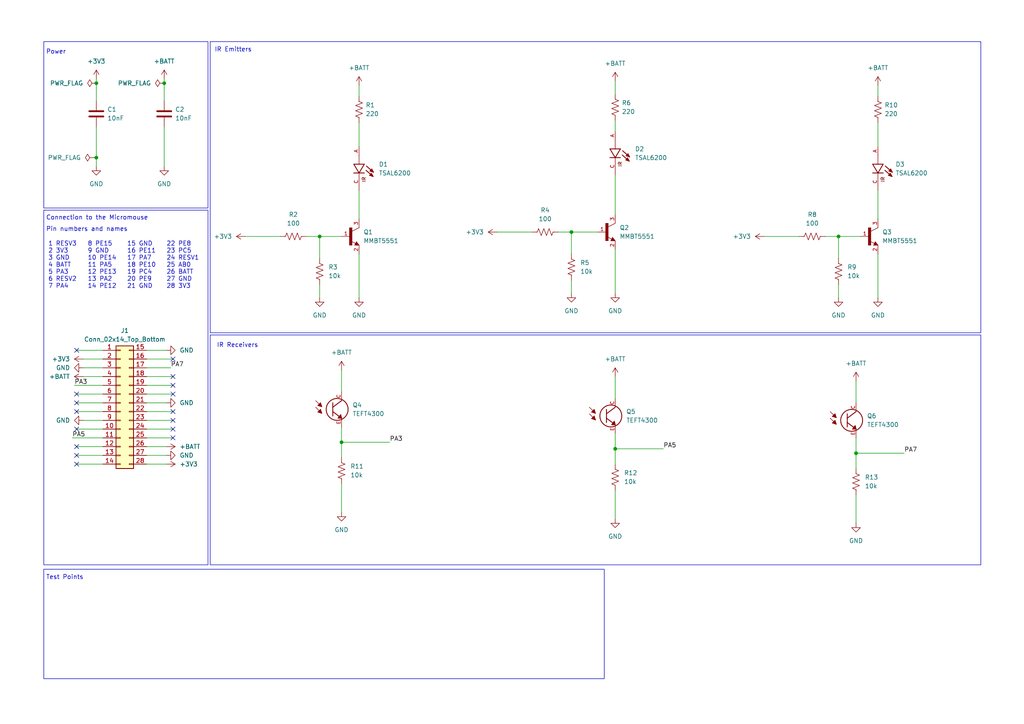
<source format=kicad_sch>
(kicad_sch (version 20230121) (generator eeschema)

  (uuid 04c73d13-15f8-469d-81f9-b705914f1cc3)

  (paper "A4")

  (title_block
    (title "Micromouse Project (Sensing)")
    (date "2024-03-22")
    (rev "0")
    (comment 1 "@author: Kwanele Mabanga")
    (comment 2 "@version: 1.2")
  )

  (lib_symbols
    (symbol "Connector_Generic:Conn_02x14_Top_Bottom" (pin_names (offset 1.016) hide) (in_bom yes) (on_board yes)
      (property "Reference" "J" (at 1.27 17.78 0)
        (effects (font (size 1.27 1.27)))
      )
      (property "Value" "Conn_02x14_Top_Bottom" (at 1.27 -20.32 0)
        (effects (font (size 1.27 1.27)))
      )
      (property "Footprint" "" (at 0 0 0)
        (effects (font (size 1.27 1.27)) hide)
      )
      (property "Datasheet" "~" (at 0 0 0)
        (effects (font (size 1.27 1.27)) hide)
      )
      (property "ki_keywords" "connector" (at 0 0 0)
        (effects (font (size 1.27 1.27)) hide)
      )
      (property "ki_description" "Generic connector, double row, 02x14, top/bottom pin numbering scheme (row 1: 1...pins_per_row, row2: pins_per_row+1 ... num_pins), script generated (kicad-library-utils/schlib/autogen/connector/)" (at 0 0 0)
        (effects (font (size 1.27 1.27)) hide)
      )
      (property "ki_fp_filters" "Connector*:*_2x??_*" (at 0 0 0)
        (effects (font (size 1.27 1.27)) hide)
      )
      (symbol "Conn_02x14_Top_Bottom_1_1"
        (rectangle (start -1.27 -17.653) (end 0 -17.907)
          (stroke (width 0.1524) (type default))
          (fill (type none))
        )
        (rectangle (start -1.27 -15.113) (end 0 -15.367)
          (stroke (width 0.1524) (type default))
          (fill (type none))
        )
        (rectangle (start -1.27 -12.573) (end 0 -12.827)
          (stroke (width 0.1524) (type default))
          (fill (type none))
        )
        (rectangle (start -1.27 -10.033) (end 0 -10.287)
          (stroke (width 0.1524) (type default))
          (fill (type none))
        )
        (rectangle (start -1.27 -7.493) (end 0 -7.747)
          (stroke (width 0.1524) (type default))
          (fill (type none))
        )
        (rectangle (start -1.27 -4.953) (end 0 -5.207)
          (stroke (width 0.1524) (type default))
          (fill (type none))
        )
        (rectangle (start -1.27 -2.413) (end 0 -2.667)
          (stroke (width 0.1524) (type default))
          (fill (type none))
        )
        (rectangle (start -1.27 0.127) (end 0 -0.127)
          (stroke (width 0.1524) (type default))
          (fill (type none))
        )
        (rectangle (start -1.27 2.667) (end 0 2.413)
          (stroke (width 0.1524) (type default))
          (fill (type none))
        )
        (rectangle (start -1.27 5.207) (end 0 4.953)
          (stroke (width 0.1524) (type default))
          (fill (type none))
        )
        (rectangle (start -1.27 7.747) (end 0 7.493)
          (stroke (width 0.1524) (type default))
          (fill (type none))
        )
        (rectangle (start -1.27 10.287) (end 0 10.033)
          (stroke (width 0.1524) (type default))
          (fill (type none))
        )
        (rectangle (start -1.27 12.827) (end 0 12.573)
          (stroke (width 0.1524) (type default))
          (fill (type none))
        )
        (rectangle (start -1.27 15.367) (end 0 15.113)
          (stroke (width 0.1524) (type default))
          (fill (type none))
        )
        (rectangle (start -1.27 16.51) (end 3.81 -19.05)
          (stroke (width 0.254) (type default))
          (fill (type background))
        )
        (rectangle (start 3.81 -17.653) (end 2.54 -17.907)
          (stroke (width 0.1524) (type default))
          (fill (type none))
        )
        (rectangle (start 3.81 -15.113) (end 2.54 -15.367)
          (stroke (width 0.1524) (type default))
          (fill (type none))
        )
        (rectangle (start 3.81 -12.573) (end 2.54 -12.827)
          (stroke (width 0.1524) (type default))
          (fill (type none))
        )
        (rectangle (start 3.81 -10.033) (end 2.54 -10.287)
          (stroke (width 0.1524) (type default))
          (fill (type none))
        )
        (rectangle (start 3.81 -7.493) (end 2.54 -7.747)
          (stroke (width 0.1524) (type default))
          (fill (type none))
        )
        (rectangle (start 3.81 -4.953) (end 2.54 -5.207)
          (stroke (width 0.1524) (type default))
          (fill (type none))
        )
        (rectangle (start 3.81 -2.413) (end 2.54 -2.667)
          (stroke (width 0.1524) (type default))
          (fill (type none))
        )
        (rectangle (start 3.81 0.127) (end 2.54 -0.127)
          (stroke (width 0.1524) (type default))
          (fill (type none))
        )
        (rectangle (start 3.81 2.667) (end 2.54 2.413)
          (stroke (width 0.1524) (type default))
          (fill (type none))
        )
        (rectangle (start 3.81 5.207) (end 2.54 4.953)
          (stroke (width 0.1524) (type default))
          (fill (type none))
        )
        (rectangle (start 3.81 7.747) (end 2.54 7.493)
          (stroke (width 0.1524) (type default))
          (fill (type none))
        )
        (rectangle (start 3.81 10.287) (end 2.54 10.033)
          (stroke (width 0.1524) (type default))
          (fill (type none))
        )
        (rectangle (start 3.81 12.827) (end 2.54 12.573)
          (stroke (width 0.1524) (type default))
          (fill (type none))
        )
        (rectangle (start 3.81 15.367) (end 2.54 15.113)
          (stroke (width 0.1524) (type default))
          (fill (type none))
        )
        (pin passive line (at -5.08 15.24 0) (length 3.81)
          (name "Pin_1" (effects (font (size 1.27 1.27))))
          (number "1" (effects (font (size 1.27 1.27))))
        )
        (pin passive line (at -5.08 -7.62 0) (length 3.81)
          (name "Pin_10" (effects (font (size 1.27 1.27))))
          (number "10" (effects (font (size 1.27 1.27))))
        )
        (pin passive line (at -5.08 -10.16 0) (length 3.81)
          (name "Pin_11" (effects (font (size 1.27 1.27))))
          (number "11" (effects (font (size 1.27 1.27))))
        )
        (pin passive line (at -5.08 -12.7 0) (length 3.81)
          (name "Pin_12" (effects (font (size 1.27 1.27))))
          (number "12" (effects (font (size 1.27 1.27))))
        )
        (pin passive line (at -5.08 -15.24 0) (length 3.81)
          (name "Pin_13" (effects (font (size 1.27 1.27))))
          (number "13" (effects (font (size 1.27 1.27))))
        )
        (pin passive line (at -5.08 -17.78 0) (length 3.81)
          (name "Pin_14" (effects (font (size 1.27 1.27))))
          (number "14" (effects (font (size 1.27 1.27))))
        )
        (pin passive line (at 7.62 15.24 180) (length 3.81)
          (name "Pin_15" (effects (font (size 1.27 1.27))))
          (number "15" (effects (font (size 1.27 1.27))))
        )
        (pin passive line (at 7.62 12.7 180) (length 3.81)
          (name "Pin_16" (effects (font (size 1.27 1.27))))
          (number "16" (effects (font (size 1.27 1.27))))
        )
        (pin passive line (at 7.62 10.16 180) (length 3.81)
          (name "Pin_17" (effects (font (size 1.27 1.27))))
          (number "17" (effects (font (size 1.27 1.27))))
        )
        (pin passive line (at 7.62 7.62 180) (length 3.81)
          (name "Pin_18" (effects (font (size 1.27 1.27))))
          (number "18" (effects (font (size 1.27 1.27))))
        )
        (pin passive line (at 7.62 5.08 180) (length 3.81)
          (name "Pin_19" (effects (font (size 1.27 1.27))))
          (number "19" (effects (font (size 1.27 1.27))))
        )
        (pin passive line (at -5.08 12.7 0) (length 3.81)
          (name "Pin_2" (effects (font (size 1.27 1.27))))
          (number "2" (effects (font (size 1.27 1.27))))
        )
        (pin passive line (at 7.62 2.54 180) (length 3.81)
          (name "Pin_20" (effects (font (size 1.27 1.27))))
          (number "20" (effects (font (size 1.27 1.27))))
        )
        (pin passive line (at 7.62 0 180) (length 3.81)
          (name "Pin_21" (effects (font (size 1.27 1.27))))
          (number "21" (effects (font (size 1.27 1.27))))
        )
        (pin passive line (at 7.62 -2.54 180) (length 3.81)
          (name "Pin_22" (effects (font (size 1.27 1.27))))
          (number "22" (effects (font (size 1.27 1.27))))
        )
        (pin passive line (at 7.62 -5.08 180) (length 3.81)
          (name "Pin_23" (effects (font (size 1.27 1.27))))
          (number "23" (effects (font (size 1.27 1.27))))
        )
        (pin passive line (at 7.62 -7.62 180) (length 3.81)
          (name "Pin_24" (effects (font (size 1.27 1.27))))
          (number "24" (effects (font (size 1.27 1.27))))
        )
        (pin passive line (at 7.62 -10.16 180) (length 3.81)
          (name "Pin_25" (effects (font (size 1.27 1.27))))
          (number "25" (effects (font (size 1.27 1.27))))
        )
        (pin passive line (at 7.62 -12.7 180) (length 3.81)
          (name "Pin_26" (effects (font (size 1.27 1.27))))
          (number "26" (effects (font (size 1.27 1.27))))
        )
        (pin passive line (at 7.62 -15.24 180) (length 3.81)
          (name "Pin_27" (effects (font (size 1.27 1.27))))
          (number "27" (effects (font (size 1.27 1.27))))
        )
        (pin passive line (at 7.62 -17.78 180) (length 3.81)
          (name "Pin_28" (effects (font (size 1.27 1.27))))
          (number "28" (effects (font (size 1.27 1.27))))
        )
        (pin passive line (at -5.08 10.16 0) (length 3.81)
          (name "Pin_3" (effects (font (size 1.27 1.27))))
          (number "3" (effects (font (size 1.27 1.27))))
        )
        (pin passive line (at -5.08 7.62 0) (length 3.81)
          (name "Pin_4" (effects (font (size 1.27 1.27))))
          (number "4" (effects (font (size 1.27 1.27))))
        )
        (pin passive line (at -5.08 5.08 0) (length 3.81)
          (name "Pin_5" (effects (font (size 1.27 1.27))))
          (number "5" (effects (font (size 1.27 1.27))))
        )
        (pin passive line (at -5.08 2.54 0) (length 3.81)
          (name "Pin_6" (effects (font (size 1.27 1.27))))
          (number "6" (effects (font (size 1.27 1.27))))
        )
        (pin passive line (at -5.08 0 0) (length 3.81)
          (name "Pin_7" (effects (font (size 1.27 1.27))))
          (number "7" (effects (font (size 1.27 1.27))))
        )
        (pin passive line (at -5.08 -2.54 0) (length 3.81)
          (name "Pin_8" (effects (font (size 1.27 1.27))))
          (number "8" (effects (font (size 1.27 1.27))))
        )
        (pin passive line (at -5.08 -5.08 0) (length 3.81)
          (name "Pin_9" (effects (font (size 1.27 1.27))))
          (number "9" (effects (font (size 1.27 1.27))))
        )
      )
    )
    (symbol "Device:C" (pin_numbers hide) (pin_names (offset 0.254)) (in_bom yes) (on_board yes)
      (property "Reference" "C" (at 0.635 2.54 0)
        (effects (font (size 1.27 1.27)) (justify left))
      )
      (property "Value" "C" (at 0.635 -2.54 0)
        (effects (font (size 1.27 1.27)) (justify left))
      )
      (property "Footprint" "" (at 0.9652 -3.81 0)
        (effects (font (size 1.27 1.27)) hide)
      )
      (property "Datasheet" "~" (at 0 0 0)
        (effects (font (size 1.27 1.27)) hide)
      )
      (property "ki_keywords" "cap capacitor" (at 0 0 0)
        (effects (font (size 1.27 1.27)) hide)
      )
      (property "ki_description" "Unpolarized capacitor" (at 0 0 0)
        (effects (font (size 1.27 1.27)) hide)
      )
      (property "ki_fp_filters" "C_*" (at 0 0 0)
        (effects (font (size 1.27 1.27)) hide)
      )
      (symbol "C_0_1"
        (polyline
          (pts
            (xy -2.032 -0.762)
            (xy 2.032 -0.762)
          )
          (stroke (width 0.508) (type default))
          (fill (type none))
        )
        (polyline
          (pts
            (xy -2.032 0.762)
            (xy 2.032 0.762)
          )
          (stroke (width 0.508) (type default))
          (fill (type none))
        )
      )
      (symbol "C_1_1"
        (pin passive line (at 0 3.81 270) (length 2.794)
          (name "~" (effects (font (size 1.27 1.27))))
          (number "1" (effects (font (size 1.27 1.27))))
        )
        (pin passive line (at 0 -3.81 90) (length 2.794)
          (name "~" (effects (font (size 1.27 1.27))))
          (number "2" (effects (font (size 1.27 1.27))))
        )
      )
    )
    (symbol "Device:R_US" (pin_numbers hide) (pin_names (offset 0)) (in_bom yes) (on_board yes)
      (property "Reference" "R" (at 2.54 0 90)
        (effects (font (size 1.27 1.27)))
      )
      (property "Value" "R_US" (at -2.54 0 90)
        (effects (font (size 1.27 1.27)))
      )
      (property "Footprint" "" (at 1.016 -0.254 90)
        (effects (font (size 1.27 1.27)) hide)
      )
      (property "Datasheet" "~" (at 0 0 0)
        (effects (font (size 1.27 1.27)) hide)
      )
      (property "ki_keywords" "R res resistor" (at 0 0 0)
        (effects (font (size 1.27 1.27)) hide)
      )
      (property "ki_description" "Resistor, US symbol" (at 0 0 0)
        (effects (font (size 1.27 1.27)) hide)
      )
      (property "ki_fp_filters" "R_*" (at 0 0 0)
        (effects (font (size 1.27 1.27)) hide)
      )
      (symbol "R_US_0_1"
        (polyline
          (pts
            (xy 0 -2.286)
            (xy 0 -2.54)
          )
          (stroke (width 0) (type default))
          (fill (type none))
        )
        (polyline
          (pts
            (xy 0 2.286)
            (xy 0 2.54)
          )
          (stroke (width 0) (type default))
          (fill (type none))
        )
        (polyline
          (pts
            (xy 0 -0.762)
            (xy 1.016 -1.143)
            (xy 0 -1.524)
            (xy -1.016 -1.905)
            (xy 0 -2.286)
          )
          (stroke (width 0) (type default))
          (fill (type none))
        )
        (polyline
          (pts
            (xy 0 0.762)
            (xy 1.016 0.381)
            (xy 0 0)
            (xy -1.016 -0.381)
            (xy 0 -0.762)
          )
          (stroke (width 0) (type default))
          (fill (type none))
        )
        (polyline
          (pts
            (xy 0 2.286)
            (xy 1.016 1.905)
            (xy 0 1.524)
            (xy -1.016 1.143)
            (xy 0 0.762)
          )
          (stroke (width 0) (type default))
          (fill (type none))
        )
      )
      (symbol "R_US_1_1"
        (pin passive line (at 0 3.81 270) (length 1.27)
          (name "~" (effects (font (size 1.27 1.27))))
          (number "1" (effects (font (size 1.27 1.27))))
        )
        (pin passive line (at 0 -3.81 90) (length 1.27)
          (name "~" (effects (font (size 1.27 1.27))))
          (number "2" (effects (font (size 1.27 1.27))))
        )
      )
    )
    (symbol "MMBT5551:MMBT5551" (pin_names (offset 1.016)) (in_bom yes) (on_board yes)
      (property "Reference" "Q" (at 5.08 0 0)
        (effects (font (size 1.27 1.27)) (justify left bottom))
      )
      (property "Value" "MMBT5551" (at 5.08 -2.54 0)
        (effects (font (size 1.27 1.27)) (justify left bottom))
      )
      (property "Footprint" "MMBT5551:SOT23-3" (at 0 0 0)
        (effects (font (size 1.27 1.27)) (justify bottom) hide)
      )
      (property "Datasheet" "" (at 0 0 0)
        (effects (font (size 1.27 1.27)) hide)
      )
      (property "MF" "NTE Electronics, Inc" (at 0 0 0)
        (effects (font (size 1.27 1.27)) (justify bottom) hide)
      )
      (property "Description" "\nBipolar (BJT) Transistor NPN 160 V 600 mA 100MHz 350 mW Surface Mount SOT-23-3\n" (at 0 0 0)
        (effects (font (size 1.27 1.27)) (justify bottom) hide)
      )
      (property "Package" "None" (at 0 0 0)
        (effects (font (size 1.27 1.27)) (justify bottom) hide)
      )
      (property "BASIC_PART" "YES" (at 0 0 0)
        (effects (font (size 1.27 1.27)) (justify bottom) hide)
      )
      (property "Price" "None" (at 0 0 0)
        (effects (font (size 1.27 1.27)) (justify bottom) hide)
      )
      (property "SnapEDA_Link" "https://www.snapeda.com/parts/MMBT5551/NTE+Electronics/view-part/?ref=snap" (at 0 0 0)
        (effects (font (size 1.27 1.27)) (justify bottom) hide)
      )
      (property "MP" "MMBT5551" (at 0 0 0)
        (effects (font (size 1.27 1.27)) (justify bottom) hide)
      )
      (property "Availability" "In Stock" (at 0 0 0)
        (effects (font (size 1.27 1.27)) (justify bottom) hide)
      )
      (property "Check_prices" "https://www.snapeda.com/parts/MMBT5551/NTE+Electronics/view-part/?ref=eda" (at 0 0 0)
        (effects (font (size 1.27 1.27)) (justify bottom) hide)
      )
      (symbol "MMBT5551_0_0"
        (rectangle (start -0.254 -2.54) (end 0.508 2.54)
          (stroke (width 0.1) (type default))
          (fill (type outline))
        )
        (polyline
          (pts
            (xy 1.27 -2.54)
            (xy 1.778 -1.524)
          )
          (stroke (width 0.1524) (type default))
          (fill (type none))
        )
        (polyline
          (pts
            (xy 1.524 -2.413)
            (xy 2.286 -2.413)
          )
          (stroke (width 0.254) (type default))
          (fill (type none))
        )
        (polyline
          (pts
            (xy 1.524 -2.286)
            (xy 1.905 -2.286)
          )
          (stroke (width 0.254) (type default))
          (fill (type none))
        )
        (polyline
          (pts
            (xy 1.54 -2.04)
            (xy 0.308 -1.424)
          )
          (stroke (width 0.1524) (type default))
          (fill (type none))
        )
        (polyline
          (pts
            (xy 1.778 -1.778)
            (xy 1.524 -2.286)
          )
          (stroke (width 0.254) (type default))
          (fill (type none))
        )
        (polyline
          (pts
            (xy 1.778 -1.524)
            (xy 2.54 -2.54)
          )
          (stroke (width 0.1524) (type default))
          (fill (type none))
        )
        (polyline
          (pts
            (xy 1.905 -2.286)
            (xy 1.778 -2.032)
          )
          (stroke (width 0.254) (type default))
          (fill (type none))
        )
        (polyline
          (pts
            (xy 2.286 -2.413)
            (xy 1.778 -1.778)
          )
          (stroke (width 0.254) (type default))
          (fill (type none))
        )
        (polyline
          (pts
            (xy 2.54 -2.54)
            (xy 1.27 -2.54)
          )
          (stroke (width 0.1524) (type default))
          (fill (type none))
        )
        (polyline
          (pts
            (xy 2.54 2.54)
            (xy 0.508 1.524)
          )
          (stroke (width 0.1524) (type default))
          (fill (type none))
        )
        (pin passive line (at -2.54 0 0) (length 2.54)
          (name "~" (effects (font (size 1.016 1.016))))
          (number "1" (effects (font (size 1.016 1.016))))
        )
        (pin passive line (at 2.54 -5.08 90) (length 2.54)
          (name "~" (effects (font (size 1.016 1.016))))
          (number "2" (effects (font (size 1.016 1.016))))
        )
        (pin passive line (at 2.54 5.08 270) (length 2.54)
          (name "~" (effects (font (size 1.016 1.016))))
          (number "3" (effects (font (size 1.016 1.016))))
        )
      )
    )
    (symbol "TEFT4300:TEFT4300" (pin_names (offset 1.016)) (in_bom yes) (on_board yes)
      (property "Reference" "Q" (at -10.1556 5.0822 0)
        (effects (font (size 1.27 1.27)) (justify left bottom))
      )
      (property "Value" "TEFT4300" (at -10.1508 -7.62 0)
        (effects (font (size 1.27 1.27)) (justify left bottom))
      )
      (property "Footprint" "TEFT4300:XDCR_TEFT4300" (at 0 0 0)
        (effects (font (size 1.27 1.27)) (justify bottom) hide)
      )
      (property "Datasheet" "" (at 0 0 0)
        (effects (font (size 1.27 1.27)) hide)
      )
      (property "DigiKey_Part_Number" "751-1041-ND" (at 0 0 0)
        (effects (font (size 1.27 1.27)) (justify bottom) hide)
      )
      (property "MF" "Vishay Semiconductor" (at 0 0 0)
        (effects (font (size 1.27 1.27)) (justify bottom) hide)
      )
      (property "MAXIMUM_PACKAGE_HEIGHT" "6.10mm" (at 0 0 0)
        (effects (font (size 1.27 1.27)) (justify bottom) hide)
      )
      (property "PACKAGE" "Radial Vishay" (at 0 0 0)
        (effects (font (size 1.27 1.27)) (justify bottom) hide)
      )
      (property "Package" "Radial Vishay" (at 0 0 0)
        (effects (font (size 1.27 1.27)) (justify bottom) hide)
      )
      (property "Check_prices" "https://www.snapeda.com/parts/TEFT4300/Vishay+Semiconductor+Opto+Division/view-part/?ref=eda" (at 0 0 0)
        (effects (font (size 1.27 1.27)) (justify bottom) hide)
      )
      (property "SnapEDA_Link" "https://www.snapeda.com/parts/TEFT4300/Vishay+Semiconductor+Opto+Division/view-part/?ref=snap" (at 0 0 0)
        (effects (font (size 1.27 1.27)) (justify bottom) hide)
      )
      (property "MP" "TEFT4300" (at 0 0 0)
        (effects (font (size 1.27 1.27)) (justify bottom) hide)
      )
      (property "Description" "\nPhototransistors 925nm Top View Radial, 3mm Dia (T-1)\n" (at 0 0 0)
        (effects (font (size 1.27 1.27)) (justify bottom) hide)
      )
      (symbol "TEFT4300_0_0"
        (polyline
          (pts
            (xy -4.953 0.635)
            (xy -3.175 -1.143)
          )
          (stroke (width 0.1524) (type default))
          (fill (type none))
        )
        (polyline
          (pts
            (xy -4.953 2.54)
            (xy -3.175 0.762)
          )
          (stroke (width 0.1524) (type default))
          (fill (type none))
        )
        (polyline
          (pts
            (xy -4.318 -0.762)
            (xy -3.556 0)
          )
          (stroke (width 0.1524) (type default))
          (fill (type none))
        )
        (polyline
          (pts
            (xy -4.318 1.143)
            (xy -3.556 1.905)
          )
          (stroke (width 0.1524) (type default))
          (fill (type none))
        )
        (polyline
          (pts
            (xy -3.556 0)
            (xy -3.175 -1.143)
          )
          (stroke (width 0.1524) (type default))
          (fill (type none))
        )
        (polyline
          (pts
            (xy -3.556 1.905)
            (xy -3.175 0.762)
          )
          (stroke (width 0.1524) (type default))
          (fill (type none))
        )
        (polyline
          (pts
            (xy -3.175 -1.143)
            (xy -4.318 -0.762)
          )
          (stroke (width 0.1524) (type default))
          (fill (type none))
        )
        (polyline
          (pts
            (xy -3.175 0.762)
            (xy -4.318 1.143)
          )
          (stroke (width 0.1524) (type default))
          (fill (type none))
        )
        (polyline
          (pts
            (xy 0 -0.635)
            (xy 0 -1.905)
          )
          (stroke (width 0.254) (type default))
          (fill (type none))
        )
        (polyline
          (pts
            (xy 0 -0.635)
            (xy 2.54 -2.54)
          )
          (stroke (width 0.254) (type default))
          (fill (type none))
        )
        (polyline
          (pts
            (xy 0 0.635)
            (xy 0 -0.635)
          )
          (stroke (width 0.254) (type default))
          (fill (type none))
        )
        (polyline
          (pts
            (xy 0 0.635)
            (xy 2.54 2.54)
          )
          (stroke (width 0.254) (type default))
          (fill (type none))
        )
        (polyline
          (pts
            (xy 0 1.905)
            (xy 0 0.635)
          )
          (stroke (width 0.254) (type default))
          (fill (type none))
        )
        (polyline
          (pts
            (xy 2.286 -2.286)
            (xy 2.54 -2.54)
          )
          (stroke (width 0.1524) (type default))
          (fill (type none))
        )
        (polyline
          (pts
            (xy -4.318 -0.762)
            (xy -3.175 -1.143)
            (xy -3.556 0)
            (xy -4.318 -0.762)
          )
          (stroke (width 0.1524) (type default))
          (fill (type outline))
        )
        (polyline
          (pts
            (xy -4.318 1.143)
            (xy -3.175 0.762)
            (xy -3.556 1.905)
            (xy -4.318 1.143)
          )
          (stroke (width 0.1524) (type default))
          (fill (type outline))
        )
        (polyline
          (pts
            (xy 2.54 -2.54)
            (xy 2.286 -1.524)
            (xy 1.524 -2.54)
            (xy 2.54 -2.54)
          )
          (stroke (width 0.254) (type default))
          (fill (type outline))
        )
        (circle (center 1.27 0) (radius 3.175)
          (stroke (width 0.254) (type default))
          (fill (type none))
        )
        (pin passive line (at 2.54 5.08 270) (length 2.54)
          (name "~" (effects (font (size 1.016 1.016))))
          (number "C" (effects (font (size 1.016 1.016))))
        )
        (pin passive line (at 2.54 -5.08 90) (length 2.54)
          (name "~" (effects (font (size 1.016 1.016))))
          (number "E" (effects (font (size 1.016 1.016))))
        )
      )
    )
    (symbol "TSAL6200:TSAL6200" (pin_names (offset 1.016)) (in_bom yes) (on_board yes)
      (property "Reference" "D" (at -3.556 4.826 0)
        (effects (font (size 1.27 1.27)) (justify left bottom))
      )
      (property "Value" "TSAL6200" (at -3.556 -3.302 0)
        (effects (font (size 1.27 1.27)) (justify left bottom))
      )
      (property "Footprint" "TSAL6200:LEDRD254W55D595H900" (at 0 0 0)
        (effects (font (size 1.27 1.27)) (justify bottom) hide)
      )
      (property "Datasheet" "" (at 0 0 0)
        (effects (font (size 1.27 1.27)) hide)
      )
      (property "MF" "Vishay Semiconductor" (at 0 0 0)
        (effects (font (size 1.27 1.27)) (justify bottom) hide)
      )
      (property "MAXIMUM_PACKAGE_HEIGHT" "9.0 mm" (at 0 0 0)
        (effects (font (size 1.27 1.27)) (justify bottom) hide)
      )
      (property "RS_Components_8187663_Purchase_URL" "https://www.snapeda.com/api/url_track_click/https%253A//uk.rs-online.com/web/p/ir-leds/8187663//%253Futm_campaign%253Dbuynow%2526utm_medium%253Daggregator%2526utm_source%253Dsnapeda%2526cm_mmc%253Daff-_-uk-_-snapeda-_-8187663/?unipart_id=106073&manufacturer=Vishay Semiconductor&part_name=TSAL6200&search_term=tsal6200" (at 0 0 0)
        (effects (font (size 1.27 1.27)) (justify bottom) hide)
      )
      (property "Package" "Radial Vishay" (at 0 0 0)
        (effects (font (size 1.27 1.27)) (justify bottom) hide)
      )
      (property "RS_Components_1656195_Purchase_URL" "https://www.snapeda.com/api/url_track_click/https%253A//uk.rs-online.com/web/p/ir-leds/1656195//%253Futm_campaign%253Dbuynow%2526utm_medium%253Daggregator%2526utm_source%253Dsnapeda%2526cm_mmc%253Daff-_-uk-_-snapeda-_-1656195/?unipart_id=106073&manufacturer=Vishay Semiconductor&part_name=TSAL6200&search_term=tsal6200" (at 0 0 0)
        (effects (font (size 1.27 1.27)) (justify bottom) hide)
      )
      (property "Check_prices" "https://www.snapeda.com/parts/TSAL6200/Vishay+Semiconductor+Opto+Division/view-part/?ref=eda" (at 0 0 0)
        (effects (font (size 1.27 1.27)) (justify bottom) hide)
      )
      (property "STANDARD" "IPC-7351B" (at 0 0 0)
        (effects (font (size 1.27 1.27)) (justify bottom) hide)
      )
      (property "PARTREV" "2.4" (at 0 0 0)
        (effects (font (size 1.27 1.27)) (justify bottom) hide)
      )
      (property "SnapEDA_Link" "https://www.snapeda.com/parts/TSAL6200/Vishay+Semiconductor+Opto+Division/view-part/?ref=snap" (at 0 0 0)
        (effects (font (size 1.27 1.27)) (justify bottom) hide)
      )
      (property "MP" "TSAL6200" (at 0 0 0)
        (effects (font (size 1.27 1.27)) (justify bottom) hide)
      )
      (property "Description" "\nInfrared (IR) Emitter 940nm 1.35V 100mA 40mW/sr @ 100mA 34° Radial, 5mm Dia (T 1 3/4)\n" (at 0 0 0)
        (effects (font (size 1.27 1.27)) (justify bottom) hide)
      )
      (property "RS_Components_8187663P_Purchase_URL" "https://www.snapeda.com/api/url_track_click/https%253A//uk.rs-online.com/web/p/ir-leds/8187663p//%253Futm_campaign%253Dbuynow%2526utm_medium%253Daggregator%2526utm_source%253Dsnapeda%2526cm_mmc%253Daff-_-uk-_-snapeda-_-8187663P/?unipart_id=106073&manufacturer=Vishay Semiconductor&part_name=TSAL6200&search_term=tsal6200" (at 0 0 0)
        (effects (font (size 1.27 1.27)) (justify bottom) hide)
      )
      (property "MANUFACTURER" "Vishay" (at 0 0 0)
        (effects (font (size 1.27 1.27)) (justify bottom) hide)
      )
      (symbol "TSAL6200_0_0"
        (polyline
          (pts
            (xy -2.54 -1.524)
            (xy 0 0)
          )
          (stroke (width 0.254) (type default))
          (fill (type none))
        )
        (polyline
          (pts
            (xy -2.54 0)
            (xy -5.08 0)
          )
          (stroke (width 0.1524) (type default))
          (fill (type none))
        )
        (polyline
          (pts
            (xy -2.54 0)
            (xy -2.54 -1.524)
          )
          (stroke (width 0.254) (type default))
          (fill (type none))
        )
        (polyline
          (pts
            (xy -2.54 1.524)
            (xy -2.54 0)
          )
          (stroke (width 0.254) (type default))
          (fill (type none))
        )
        (polyline
          (pts
            (xy -1.1176 3.683)
            (xy -0.2286 4.1656)
          )
          (stroke (width 0.254) (type default))
          (fill (type none))
        )
        (polyline
          (pts
            (xy -0.9398 3.6068)
            (xy -0.7112 3.7592)
          )
          (stroke (width 0.254) (type default))
          (fill (type none))
        )
        (polyline
          (pts
            (xy -0.5588 3.2004)
            (xy -1.1176 3.683)
          )
          (stroke (width 0.254) (type default))
          (fill (type none))
        )
        (polyline
          (pts
            (xy -0.5588 3.2004)
            (xy -0.5334 3.937)
          )
          (stroke (width 0.254) (type default))
          (fill (type none))
        )
        (polyline
          (pts
            (xy -0.5334 3.937)
            (xy -0.6604 3.937)
          )
          (stroke (width 0.254) (type default))
          (fill (type none))
        )
        (polyline
          (pts
            (xy -0.2286 4.1656)
            (xy -2.0066 2.1336)
          )
          (stroke (width 0.254) (type default))
          (fill (type none))
        )
        (polyline
          (pts
            (xy -0.2286 4.1656)
            (xy -0.5588 3.2004)
          )
          (stroke (width 0.254) (type default))
          (fill (type none))
        )
        (polyline
          (pts
            (xy 0 0)
            (xy -2.54 1.524)
          )
          (stroke (width 0.254) (type default))
          (fill (type none))
        )
        (polyline
          (pts
            (xy 0 1.524)
            (xy 0 -1.524)
          )
          (stroke (width 0.254) (type default))
          (fill (type none))
        )
        (polyline
          (pts
            (xy 0.127 3.5814)
            (xy 1.016 4.064)
          )
          (stroke (width 0.254) (type default))
          (fill (type none))
        )
        (polyline
          (pts
            (xy 0.3048 3.5052)
            (xy 0.5334 3.6576)
          )
          (stroke (width 0.254) (type default))
          (fill (type none))
        )
        (polyline
          (pts
            (xy 0.6858 3.0988)
            (xy 0.127 3.5814)
          )
          (stroke (width 0.254) (type default))
          (fill (type none))
        )
        (polyline
          (pts
            (xy 0.6858 3.0988)
            (xy 0.7112 3.8354)
          )
          (stroke (width 0.254) (type default))
          (fill (type none))
        )
        (polyline
          (pts
            (xy 0.7112 3.8354)
            (xy 0.5842 3.8354)
          )
          (stroke (width 0.254) (type default))
          (fill (type none))
        )
        (polyline
          (pts
            (xy 1.016 4.064)
            (xy -0.762 2.032)
          )
          (stroke (width 0.254) (type default))
          (fill (type none))
        )
        (polyline
          (pts
            (xy 1.016 4.064)
            (xy 0.6858 3.0988)
          )
          (stroke (width 0.254) (type default))
          (fill (type none))
        )
        (text "IR" (at 1.016 2.032 0)
          (effects (font (size 1.016 1.016)) (justify left bottom))
        )
        (pin passive line (at -7.62 0 0) (length 2.54)
          (name "~" (effects (font (size 1.016 1.016))))
          (number "A" (effects (font (size 1.016 1.016))))
        )
        (pin passive line (at 5.08 0 180) (length 5.08)
          (name "~" (effects (font (size 1.016 1.016))))
          (number "C" (effects (font (size 1.016 1.016))))
        )
      )
    )
    (symbol "power:+3V3" (power) (pin_names (offset 0)) (in_bom yes) (on_board yes)
      (property "Reference" "#PWR" (at 0 -3.81 0)
        (effects (font (size 1.27 1.27)) hide)
      )
      (property "Value" "+3V3" (at 0 3.556 0)
        (effects (font (size 1.27 1.27)))
      )
      (property "Footprint" "" (at 0 0 0)
        (effects (font (size 1.27 1.27)) hide)
      )
      (property "Datasheet" "" (at 0 0 0)
        (effects (font (size 1.27 1.27)) hide)
      )
      (property "ki_keywords" "global power" (at 0 0 0)
        (effects (font (size 1.27 1.27)) hide)
      )
      (property "ki_description" "Power symbol creates a global label with name \"+3V3\"" (at 0 0 0)
        (effects (font (size 1.27 1.27)) hide)
      )
      (symbol "+3V3_0_1"
        (polyline
          (pts
            (xy -0.762 1.27)
            (xy 0 2.54)
          )
          (stroke (width 0) (type default))
          (fill (type none))
        )
        (polyline
          (pts
            (xy 0 0)
            (xy 0 2.54)
          )
          (stroke (width 0) (type default))
          (fill (type none))
        )
        (polyline
          (pts
            (xy 0 2.54)
            (xy 0.762 1.27)
          )
          (stroke (width 0) (type default))
          (fill (type none))
        )
      )
      (symbol "+3V3_1_1"
        (pin power_in line (at 0 0 90) (length 0) hide
          (name "+3V3" (effects (font (size 1.27 1.27))))
          (number "1" (effects (font (size 1.27 1.27))))
        )
      )
    )
    (symbol "power:+BATT" (power) (pin_names (offset 0)) (in_bom yes) (on_board yes)
      (property "Reference" "#PWR" (at 0 -3.81 0)
        (effects (font (size 1.27 1.27)) hide)
      )
      (property "Value" "+BATT" (at 0 3.556 0)
        (effects (font (size 1.27 1.27)))
      )
      (property "Footprint" "" (at 0 0 0)
        (effects (font (size 1.27 1.27)) hide)
      )
      (property "Datasheet" "" (at 0 0 0)
        (effects (font (size 1.27 1.27)) hide)
      )
      (property "ki_keywords" "global power battery" (at 0 0 0)
        (effects (font (size 1.27 1.27)) hide)
      )
      (property "ki_description" "Power symbol creates a global label with name \"+BATT\"" (at 0 0 0)
        (effects (font (size 1.27 1.27)) hide)
      )
      (symbol "+BATT_0_1"
        (polyline
          (pts
            (xy -0.762 1.27)
            (xy 0 2.54)
          )
          (stroke (width 0) (type default))
          (fill (type none))
        )
        (polyline
          (pts
            (xy 0 0)
            (xy 0 2.54)
          )
          (stroke (width 0) (type default))
          (fill (type none))
        )
        (polyline
          (pts
            (xy 0 2.54)
            (xy 0.762 1.27)
          )
          (stroke (width 0) (type default))
          (fill (type none))
        )
      )
      (symbol "+BATT_1_1"
        (pin power_in line (at 0 0 90) (length 0) hide
          (name "+BATT" (effects (font (size 1.27 1.27))))
          (number "1" (effects (font (size 1.27 1.27))))
        )
      )
    )
    (symbol "power:GND" (power) (pin_names (offset 0)) (in_bom yes) (on_board yes)
      (property "Reference" "#PWR" (at 0 -6.35 0)
        (effects (font (size 1.27 1.27)) hide)
      )
      (property "Value" "GND" (at 0 -3.81 0)
        (effects (font (size 1.27 1.27)))
      )
      (property "Footprint" "" (at 0 0 0)
        (effects (font (size 1.27 1.27)) hide)
      )
      (property "Datasheet" "" (at 0 0 0)
        (effects (font (size 1.27 1.27)) hide)
      )
      (property "ki_keywords" "global power" (at 0 0 0)
        (effects (font (size 1.27 1.27)) hide)
      )
      (property "ki_description" "Power symbol creates a global label with name \"GND\" , ground" (at 0 0 0)
        (effects (font (size 1.27 1.27)) hide)
      )
      (symbol "GND_0_1"
        (polyline
          (pts
            (xy 0 0)
            (xy 0 -1.27)
            (xy 1.27 -1.27)
            (xy 0 -2.54)
            (xy -1.27 -1.27)
            (xy 0 -1.27)
          )
          (stroke (width 0) (type default))
          (fill (type none))
        )
      )
      (symbol "GND_1_1"
        (pin power_in line (at 0 0 270) (length 0) hide
          (name "GND" (effects (font (size 1.27 1.27))))
          (number "1" (effects (font (size 1.27 1.27))))
        )
      )
    )
    (symbol "power:PWR_FLAG" (power) (pin_numbers hide) (pin_names (offset 0) hide) (in_bom yes) (on_board yes)
      (property "Reference" "#FLG" (at 0 1.905 0)
        (effects (font (size 1.27 1.27)) hide)
      )
      (property "Value" "PWR_FLAG" (at 0 3.81 0)
        (effects (font (size 1.27 1.27)))
      )
      (property "Footprint" "" (at 0 0 0)
        (effects (font (size 1.27 1.27)) hide)
      )
      (property "Datasheet" "~" (at 0 0 0)
        (effects (font (size 1.27 1.27)) hide)
      )
      (property "ki_keywords" "flag power" (at 0 0 0)
        (effects (font (size 1.27 1.27)) hide)
      )
      (property "ki_description" "Special symbol for telling ERC where power comes from" (at 0 0 0)
        (effects (font (size 1.27 1.27)) hide)
      )
      (symbol "PWR_FLAG_0_0"
        (pin power_out line (at 0 0 90) (length 0)
          (name "pwr" (effects (font (size 1.27 1.27))))
          (number "1" (effects (font (size 1.27 1.27))))
        )
      )
      (symbol "PWR_FLAG_0_1"
        (polyline
          (pts
            (xy 0 0)
            (xy 0 1.27)
            (xy -1.016 1.905)
            (xy 0 2.54)
            (xy 1.016 1.905)
            (xy 0 1.27)
          )
          (stroke (width 0) (type default))
          (fill (type none))
        )
      )
    )
  )

  (junction (at 27.94 45.72) (diameter 0) (color 0 0 0 0)
    (uuid 1c5c7974-6baa-498e-b2b8-2397f6c6c81a)
  )
  (junction (at 99.06 128.27) (diameter 0) (color 0 0 0 0)
    (uuid 36faa82e-1c4e-463b-802f-bf40f356d74a)
  )
  (junction (at 178.435 130.175) (diameter 0) (color 0 0 0 0)
    (uuid 45665725-a076-486b-873b-0feace620a62)
  )
  (junction (at 27.94 24.13) (diameter 0) (color 0 0 0 0)
    (uuid 63ed234d-4402-4fcf-8edb-4322984e5462)
  )
  (junction (at 92.71 68.58) (diameter 0) (color 0 0 0 0)
    (uuid 932d03fd-cf29-4359-b486-b325b2ea8ca5)
  )
  (junction (at 243.205 68.58) (diameter 0) (color 0 0 0 0)
    (uuid c316bdda-afd2-4673-a7bf-cab7702dad67)
  )
  (junction (at 248.285 131.445) (diameter 0) (color 0 0 0 0)
    (uuid cb07b967-538f-4e12-bdf9-5b64839ea543)
  )
  (junction (at 47.625 24.13) (diameter 0) (color 0 0 0 0)
    (uuid da26f2bc-61c3-49b1-92a0-ae66d99b00bf)
  )
  (junction (at 165.735 67.31) (diameter 0) (color 0 0 0 0)
    (uuid f1062950-a3c7-4a3a-b62c-5d64cbf7f8ab)
  )

  (no_connect (at 22.225 132.08) (uuid 141a194e-4eae-42ad-bafc-29fc68d16b63))
  (no_connect (at 50.165 124.46) (uuid 1476765e-e35f-4d15-b6fb-0adabf01c10f))
  (no_connect (at 22.225 119.38) (uuid 17655d69-2e87-43ec-a808-aeedd556819b))
  (no_connect (at 50.165 111.76) (uuid 1ab75756-a3ad-4a56-af34-1d36d715fa4e))
  (no_connect (at 22.225 116.84) (uuid 26e72139-25ad-43af-b574-60d9f33820d8))
  (no_connect (at 50.165 109.22) (uuid 2b5a6fe0-3327-448f-b5ec-96678b581afe))
  (no_connect (at 50.165 114.3) (uuid 2e8775e8-d977-4673-b24e-bf0b00f9eebd))
  (no_connect (at 50.165 121.92) (uuid 4758a668-2cc0-4bee-a35d-c6a30b8b9cfa))
  (no_connect (at 22.225 101.6) (uuid 55aff161-4d10-4898-bb8b-ed21b3fd13df))
  (no_connect (at 22.225 124.46) (uuid 946c9bbf-4527-4f62-be07-8ef2d799aecb))
  (no_connect (at 22.225 114.3) (uuid 94f77c69-eff6-415a-a249-4e1de13b89ac))
  (no_connect (at 50.165 127) (uuid b0241080-377c-4452-9d71-400a0df48853))
  (no_connect (at 50.165 119.38) (uuid b0b52586-a666-4502-881f-88ae751ebb25))
  (no_connect (at 22.225 134.62) (uuid f3430e90-2ab9-4efb-9e8c-b8dcf820b911))
  (no_connect (at 50.165 104.14) (uuid f7b12eab-062f-4ce9-a446-4577a1c3d7a5))
  (no_connect (at 22.225 129.54) (uuid fc7a22dc-9589-4caa-8581-ac9451e01fbc))

  (wire (pts (xy 248.285 143.51) (xy 248.285 151.765))
    (stroke (width 0) (type default))
    (uuid 061c951b-6dc9-401f-9ce2-9f1c2e0fa2eb)
  )
  (wire (pts (xy 48.26 101.6) (xy 42.545 101.6))
    (stroke (width 0) (type default))
    (uuid 0c5bd370-273f-4dc4-88eb-9d114f1124cf)
  )
  (wire (pts (xy 178.435 142.24) (xy 178.435 150.495))
    (stroke (width 0) (type default))
    (uuid 11ee44ee-f254-424e-b4af-c269a1ac26aa)
  )
  (wire (pts (xy 50.165 121.92) (xy 42.545 121.92))
    (stroke (width 0) (type default))
    (uuid 120ea674-f073-494b-a0c5-25a02846ae77)
  )
  (wire (pts (xy 104.14 35.56) (xy 104.14 42.545))
    (stroke (width 0) (type default))
    (uuid 1792c15b-53cd-41f3-8c54-40cb049f924a)
  )
  (wire (pts (xy 22.225 134.62) (xy 29.845 134.62))
    (stroke (width 0) (type default))
    (uuid 1872865a-8a55-4e8f-9d23-23947f55320f)
  )
  (wire (pts (xy 22.225 124.46) (xy 29.845 124.46))
    (stroke (width 0) (type default))
    (uuid 1c6942a3-4a20-47d3-9345-11afca7c0616)
  )
  (wire (pts (xy 99.06 128.27) (xy 99.06 132.715))
    (stroke (width 0) (type default))
    (uuid 2336b291-f83b-4f55-927a-6c6043f3b3d1)
  )
  (wire (pts (xy 165.735 81.28) (xy 165.735 85.09))
    (stroke (width 0) (type default))
    (uuid 24c44cf2-850d-428a-bcbf-6a85608d03c2)
  )
  (wire (pts (xy 22.225 101.6) (xy 29.845 101.6))
    (stroke (width 0) (type default))
    (uuid 29b14071-c2e3-4b05-abcc-62a8970990be)
  )
  (wire (pts (xy 22.225 114.3) (xy 29.845 114.3))
    (stroke (width 0) (type default))
    (uuid 2ee45f69-13a5-48d3-9027-2bc0307d38d0)
  )
  (wire (pts (xy 50.165 104.14) (xy 42.545 104.14))
    (stroke (width 0) (type default))
    (uuid 303ce1ed-48a9-4d84-8033-9c07b959b8cf)
  )
  (wire (pts (xy 254.635 24.765) (xy 254.635 27.94))
    (stroke (width 0) (type default))
    (uuid 317c6031-611d-45a9-a252-e14fe211eb18)
  )
  (wire (pts (xy 99.06 107.315) (xy 99.06 113.665))
    (stroke (width 0) (type default))
    (uuid 378f56a5-d862-42b1-bb38-1c50ab2d1647)
  )
  (wire (pts (xy 165.735 67.31) (xy 173.355 67.31))
    (stroke (width 0) (type default))
    (uuid 3f4eead2-cebb-44a8-b191-01eb677b049a)
  )
  (wire (pts (xy 92.71 68.58) (xy 99.06 68.58))
    (stroke (width 0) (type default))
    (uuid 43ebb32a-bf91-4bb2-8c75-22ebe3a58a75)
  )
  (wire (pts (xy 178.435 72.39) (xy 178.435 85.09))
    (stroke (width 0) (type default))
    (uuid 447f628f-b4e3-4c3e-8b65-69c62d5cc2b2)
  )
  (wire (pts (xy 99.06 123.825) (xy 99.06 128.27))
    (stroke (width 0) (type default))
    (uuid 4631a0cc-3aaf-4e51-8cfc-94a081ceebd2)
  )
  (wire (pts (xy 24.13 104.14) (xy 29.845 104.14))
    (stroke (width 0) (type default))
    (uuid 4a717084-648c-4e97-b179-4e1a72233f2c)
  )
  (wire (pts (xy 178.435 109.22) (xy 178.435 115.57))
    (stroke (width 0) (type default))
    (uuid 4e503e41-17e1-41de-a604-9532ee2e3860)
  )
  (wire (pts (xy 248.285 131.445) (xy 262.255 131.445))
    (stroke (width 0) (type default))
    (uuid 513b6caf-dfb7-434e-8285-7f1890cb7495)
  )
  (wire (pts (xy 178.435 50.8) (xy 178.435 62.23))
    (stroke (width 0) (type default))
    (uuid 51f7d054-f206-4764-aac3-2d3278355e16)
  )
  (wire (pts (xy 20.955 127) (xy 29.845 127))
    (stroke (width 0) (type default))
    (uuid 5985f5da-ab26-4a66-b4fc-106856af72a1)
  )
  (wire (pts (xy 71.12 68.58) (xy 81.28 68.58))
    (stroke (width 0) (type default))
    (uuid 5bf8c5b4-2a16-43b3-aebc-b06962e14dc0)
  )
  (wire (pts (xy 47.625 22.86) (xy 47.625 24.13))
    (stroke (width 0) (type default))
    (uuid 5e328740-03a6-4433-8cd4-c2f4e12f6f31)
  )
  (wire (pts (xy 27.94 22.86) (xy 27.94 24.13))
    (stroke (width 0) (type default))
    (uuid 5f55382c-0326-4e65-a640-475b9f4e6f61)
  )
  (wire (pts (xy 24.13 106.68) (xy 29.845 106.68))
    (stroke (width 0) (type default))
    (uuid 6124a7a6-e653-44af-92c3-e3d42862b6e6)
  )
  (wire (pts (xy 22.225 129.54) (xy 29.845 129.54))
    (stroke (width 0) (type default))
    (uuid 61619f2d-0ad4-4fce-badb-42fa6ceefc33)
  )
  (wire (pts (xy 21.59 111.76) (xy 29.845 111.76))
    (stroke (width 0) (type default))
    (uuid 6578edf1-f815-4a58-abd0-273ea0d6b226)
  )
  (wire (pts (xy 254.635 55.245) (xy 254.635 63.5))
    (stroke (width 0) (type default))
    (uuid 68de6aa3-24da-4f88-bf1b-4f707e7b6490)
  )
  (wire (pts (xy 104.14 24.765) (xy 104.14 27.94))
    (stroke (width 0) (type default))
    (uuid 6980dea4-da8e-439d-b9e7-5494a40a1009)
  )
  (wire (pts (xy 27.94 45.72) (xy 27.94 48.26))
    (stroke (width 0) (type default))
    (uuid 6b506ebb-6d6f-4631-a581-7f24927c9b1c)
  )
  (wire (pts (xy 24.13 109.22) (xy 29.845 109.22))
    (stroke (width 0) (type default))
    (uuid 70d9ae4e-a7e6-4536-a688-47835fbe3ce1)
  )
  (wire (pts (xy 248.285 110.49) (xy 248.285 116.84))
    (stroke (width 0) (type default))
    (uuid 71c28c11-6855-4b2d-ae8a-8924be260999)
  )
  (wire (pts (xy 50.165 124.46) (xy 42.545 124.46))
    (stroke (width 0) (type default))
    (uuid 73366366-4ce8-46c0-ba61-38e3a2d5d6eb)
  )
  (wire (pts (xy 178.435 130.175) (xy 192.405 130.175))
    (stroke (width 0) (type default))
    (uuid 74fae935-204e-48c1-9729-03060b8c971f)
  )
  (wire (pts (xy 48.26 116.84) (xy 42.545 116.84))
    (stroke (width 0) (type default))
    (uuid 7769ad5c-70e1-4155-b861-d06c9fc6413e)
  )
  (wire (pts (xy 27.94 45.72) (xy 27.305 45.72))
    (stroke (width 0) (type default))
    (uuid 7b0caa60-d3cd-40be-9ea5-34cc14e5eed2)
  )
  (wire (pts (xy 243.205 68.58) (xy 243.205 74.93))
    (stroke (width 0) (type default))
    (uuid 7b1dbbbe-ee27-4f02-bf5d-c2c03d38eb0d)
  )
  (wire (pts (xy 22.225 116.84) (xy 29.845 116.84))
    (stroke (width 0) (type default))
    (uuid 7d45f863-363e-46cf-8981-576df67b300d)
  )
  (wire (pts (xy 243.205 68.58) (xy 249.555 68.58))
    (stroke (width 0) (type default))
    (uuid 812c34bb-f373-479a-8774-09a4e86fc6d3)
  )
  (wire (pts (xy 239.395 68.58) (xy 243.205 68.58))
    (stroke (width 0) (type default))
    (uuid 81462b45-f03d-42db-9a90-5d63acab684f)
  )
  (wire (pts (xy 104.14 73.66) (xy 104.14 86.36))
    (stroke (width 0) (type default))
    (uuid 8329ec42-c1ee-4826-a4a4-1bf28e204c3e)
  )
  (wire (pts (xy 50.165 109.22) (xy 42.545 109.22))
    (stroke (width 0) (type default))
    (uuid 846ee6fc-1e5b-4793-8688-cd25409c94ef)
  )
  (wire (pts (xy 50.165 114.3) (xy 42.545 114.3))
    (stroke (width 0) (type default))
    (uuid 879f89a9-b7d7-4242-a493-ecacf4623c56)
  )
  (wire (pts (xy 92.71 82.55) (xy 92.71 86.36))
    (stroke (width 0) (type default))
    (uuid 87aa23d1-30db-4514-90c1-3e85c73d8e0e)
  )
  (wire (pts (xy 165.735 67.31) (xy 165.735 73.66))
    (stroke (width 0) (type default))
    (uuid 8bc02888-615f-4029-86dd-1c719b8d8d45)
  )
  (wire (pts (xy 50.165 119.38) (xy 42.545 119.38))
    (stroke (width 0) (type default))
    (uuid 8f44930c-ec54-4f55-ac8d-4c3def3d9ede)
  )
  (wire (pts (xy 178.435 23.495) (xy 178.435 27.305))
    (stroke (width 0) (type default))
    (uuid 91bccfd1-fc29-424d-91da-565733f3e38f)
  )
  (wire (pts (xy 243.205 82.55) (xy 243.205 86.36))
    (stroke (width 0) (type default))
    (uuid 99c35361-8995-4fa3-8c55-30d070d7bdcd)
  )
  (wire (pts (xy 144.145 67.31) (xy 154.305 67.31))
    (stroke (width 0) (type default))
    (uuid a1240d38-82e4-4538-bce1-fcea261c90af)
  )
  (wire (pts (xy 22.225 132.08) (xy 29.845 132.08))
    (stroke (width 0) (type default))
    (uuid a277e085-e07d-4790-8f3a-c6625742b94b)
  )
  (wire (pts (xy 254.635 73.66) (xy 254.635 86.36))
    (stroke (width 0) (type default))
    (uuid a41081ae-cf06-4963-a6c7-f1e1874f91f7)
  )
  (wire (pts (xy 49.53 106.68) (xy 42.545 106.68))
    (stroke (width 0) (type default))
    (uuid a9c643fb-f0c3-4bce-bc39-470182c3e70a)
  )
  (wire (pts (xy 50.165 127) (xy 42.545 127))
    (stroke (width 0) (type default))
    (uuid b15410ce-41f1-402a-b4ef-6ecfe6bd81a5)
  )
  (wire (pts (xy 178.435 38.1) (xy 178.435 34.925))
    (stroke (width 0) (type default))
    (uuid b2258e40-45bc-4341-a947-686480d1a65d)
  )
  (wire (pts (xy 50.165 111.76) (xy 42.545 111.76))
    (stroke (width 0) (type default))
    (uuid c0f8ebae-2bc9-4f2e-86c0-3b45f12e4431)
  )
  (wire (pts (xy 24.13 121.92) (xy 29.845 121.92))
    (stroke (width 0) (type default))
    (uuid c257291b-b5c0-454a-8cdf-bfab64d2a29a)
  )
  (wire (pts (xy 47.625 36.83) (xy 47.625 48.26))
    (stroke (width 0) (type default))
    (uuid c5573e07-c21d-48d3-bb7d-21dfb1a823c0)
  )
  (wire (pts (xy 104.14 55.245) (xy 104.14 63.5))
    (stroke (width 0) (type default))
    (uuid d1970093-cc53-4241-8055-2b653a31847a)
  )
  (wire (pts (xy 27.94 24.13) (xy 27.94 29.21))
    (stroke (width 0) (type default))
    (uuid d72cee7c-f3f9-40f0-b593-ec3b17a18de1)
  )
  (wire (pts (xy 248.285 131.445) (xy 248.285 135.89))
    (stroke (width 0) (type default))
    (uuid d764cd63-08e4-4d6c-8697-228487cf4f8c)
  )
  (wire (pts (xy 48.26 132.08) (xy 42.545 132.08))
    (stroke (width 0) (type default))
    (uuid d84503cd-d8ae-4de9-bec4-44a899fad52b)
  )
  (wire (pts (xy 178.435 130.175) (xy 178.435 134.62))
    (stroke (width 0) (type default))
    (uuid dd6113bf-4b69-4a99-a858-3d66a3931adf)
  )
  (wire (pts (xy 22.225 119.38) (xy 29.845 119.38))
    (stroke (width 0) (type default))
    (uuid dd9f6fa2-357a-4314-9916-bbe72251c215)
  )
  (wire (pts (xy 248.285 127) (xy 248.285 131.445))
    (stroke (width 0) (type default))
    (uuid e46456a1-17a8-4019-850d-4fd8c293acd6)
  )
  (wire (pts (xy 99.06 140.335) (xy 99.06 148.59))
    (stroke (width 0) (type default))
    (uuid e684b9e9-c531-4e93-9274-f42b0fd90c40)
  )
  (wire (pts (xy 254.635 35.56) (xy 254.635 42.545))
    (stroke (width 0) (type default))
    (uuid e91e48f6-f94d-4ea9-bee0-516d908c79bf)
  )
  (wire (pts (xy 178.435 125.73) (xy 178.435 130.175))
    (stroke (width 0) (type default))
    (uuid ea77d1da-8f69-4f26-a4a9-3ebdab91431f)
  )
  (wire (pts (xy 47.625 24.13) (xy 47.625 29.21))
    (stroke (width 0) (type default))
    (uuid ea82f009-7d31-42eb-bd0b-350f79a13e83)
  )
  (wire (pts (xy 48.26 129.54) (xy 42.545 129.54))
    (stroke (width 0) (type default))
    (uuid ecf43833-59b6-4502-badc-e833349b5aca)
  )
  (wire (pts (xy 88.9 68.58) (xy 92.71 68.58))
    (stroke (width 0) (type default))
    (uuid edd9feb1-490d-4f89-bc0e-50bf2e46e3e5)
  )
  (wire (pts (xy 99.06 128.27) (xy 113.03 128.27))
    (stroke (width 0) (type default))
    (uuid f23ec444-df41-4856-9126-828dbb3584d4)
  )
  (wire (pts (xy 221.615 68.58) (xy 231.775 68.58))
    (stroke (width 0) (type default))
    (uuid f37e1f49-b9aa-40c9-ae66-30435865c94f)
  )
  (wire (pts (xy 161.925 67.31) (xy 165.735 67.31))
    (stroke (width 0) (type default))
    (uuid f6a8703c-4931-45ec-9a8b-136b07ebb633)
  )
  (wire (pts (xy 48.26 134.62) (xy 42.545 134.62))
    (stroke (width 0) (type default))
    (uuid fd3812c3-53bb-4d96-8d32-107edb7f3fb9)
  )
  (wire (pts (xy 27.94 36.83) (xy 27.94 45.72))
    (stroke (width 0) (type default))
    (uuid fdde7059-6a66-4d80-9696-d55646b10374)
  )
  (wire (pts (xy 92.71 68.58) (xy 92.71 74.93))
    (stroke (width 0) (type default))
    (uuid ffbbc16e-9317-4b2d-af08-06391e4de7e0)
  )

  (rectangle (start 60.96 97.155) (end 284.48 163.83)
    (stroke (width 0) (type default))
    (fill (type none))
    (uuid 4210dd96-0304-4eb5-8101-b1ade0b615d9)
  )
  (rectangle (start 12.7 165.1) (end 175.26 196.85)
    (stroke (width 0) (type default))
    (fill (type none))
    (uuid 4a95ec4d-0f28-46f6-a723-65ef2e81bffb)
  )
  (rectangle (start 12.7 12.065) (end 60.325 60.325)
    (stroke (width 0) (type default))
    (fill (type none))
    (uuid 9be9b649-7b96-463a-a1f3-66f2085c58f7)
  )
  (rectangle (start 60.96 12.065) (end 284.48 96.52)
    (stroke (width 0) (type default))
    (fill (type none))
    (uuid dbac77a7-5588-4e48-8cbd-3d26184d0bf7)
  )
  (rectangle (start 12.7 60.96) (end 60.325 163.83)
    (stroke (width 0) (type default))
    (fill (type none))
    (uuid fff2f985-540f-4d47-a9fe-88095de7ea90)
  )

  (text "Connection to the Micromouse\n\n" (at 13.335 66.04 0)
    (effects (font (size 1.27 1.27)) (justify left bottom))
    (uuid 00ec21da-a1dc-43f0-b1a0-25d2a1921577)
  )
  (text "Test Points\n" (at 13.335 168.275 0)
    (effects (font (size 1.27 1.27)) (justify left bottom))
    (uuid 29dc09a4-9b6d-4084-8de5-a8aab4448598)
  )
  (text "IR Receivers\n" (at 62.865 100.965 0)
    (effects (font (size 1.27 1.27)) (justify left bottom))
    (uuid 3828d376-c20e-440b-8c24-a42d4181b9ee)
  )
  (text "Pin numbers and names\n" (at 13.335 67.31 0)
    (effects (font (size 1.27 1.27)) (justify left bottom))
    (uuid 656b5d85-6eff-420d-8e26-7cf488d3843d)
  )
  (text "IR Emitters" (at 62.23 15.24 0)
    (effects (font (size 1.27 1.27)) (justify left bottom))
    (uuid 8413058d-499f-4ebc-9f5e-fdee96f0eb36)
  )
  (text "22 PE8\n23 PC5\n24 RESV1\n25 AB0\n26 BATT\n27 GND\n28 3V3"
    (at 48.26 83.82 0)
    (effects (font (size 1.27 1.27)) (justify left bottom))
    (uuid 93081b50-3bc7-47aa-9788-55f565ae2231)
  )
  (text "1 RESV3\n2 3V3\n3 GND\n4 BATT\n5 PA3\n6 RESV2\n7 PA4" (at 13.97 83.82 0)
    (effects (font (size 1.27 1.27)) (justify left bottom))
    (uuid a6b4c935-523b-4767-ab61-dbcefe00d017)
  )
  (text "Power" (at 13.335 15.875 0)
    (effects (font (size 1.27 1.27)) (justify left bottom))
    (uuid b271570e-f2ac-4f98-a47c-d866fdbb640c)
  )
  (text "15 GND\n16 PE11\n17 PA7\n18 PE10\n19 PC4\n20 PE9\n21 GND"
    (at 36.83 83.82 0)
    (effects (font (size 1.27 1.27)) (justify left bottom))
    (uuid f0ca564d-8a9d-4e0f-af8e-d0aa07e2f5bc)
  )
  (text "8 PE15\n9 GND\n10 PE14\n11 PA5\n12 PE13\n13 PA2\n14 PE12"
    (at 25.4 83.82 0)
    (effects (font (size 1.27 1.27)) (justify left bottom))
    (uuid f58e9393-f86e-42a8-bfbc-22aef740065c)
  )

  (label "PA7" (at 49.53 106.68 0) (fields_autoplaced)
    (effects (font (size 1.27 1.27)) (justify left bottom))
    (uuid 193b1121-1bbe-491b-a020-ff4284ed4105)
  )
  (label "PA3" (at 21.59 111.76 0) (fields_autoplaced)
    (effects (font (size 1.27 1.27)) (justify left bottom))
    (uuid 2172f6bc-7589-4def-979a-dbd67437e5c5)
  )
  (label "PA3" (at 113.03 128.27 0) (fields_autoplaced)
    (effects (font (size 1.27 1.27)) (justify left bottom))
    (uuid 2b228f88-0de5-4d10-8737-fac0c014305f)
  )
  (label "PA5" (at 20.955 127 0) (fields_autoplaced)
    (effects (font (size 1.27 1.27)) (justify left bottom))
    (uuid 411bbf6e-01e2-4823-8789-6e7aaa0eb077)
  )
  (label "PA5" (at 192.405 130.175 0) (fields_autoplaced)
    (effects (font (size 1.27 1.27)) (justify left bottom))
    (uuid d0e16055-46f9-4338-b002-fa8ea9501723)
  )
  (label "PA7" (at 262.255 131.445 0) (fields_autoplaced)
    (effects (font (size 1.27 1.27)) (justify left bottom))
    (uuid eb79b69f-8470-4a42-8ed9-b83b5105e974)
  )

  (symbol (lib_id "Device:R_US") (at 104.14 31.75 0) (unit 1)
    (in_bom yes) (on_board yes) (dnp no) (fields_autoplaced)
    (uuid 03093006-431f-4591-ae03-2c328c166c0c)
    (property "Reference" "R1" (at 106.045 30.48 0)
      (effects (font (size 1.27 1.27)) (justify left))
    )
    (property "Value" "220" (at 106.045 33.02 0)
      (effects (font (size 1.27 1.27)) (justify left))
    )
    (property "Footprint" "Resistor_THT:R_Axial_DIN0207_L6.3mm_D2.5mm_P2.54mm_Vertical" (at 105.156 32.004 90)
      (effects (font (size 1.27 1.27)) hide)
    )
    (property "Datasheet" "~" (at 104.14 31.75 0)
      (effects (font (size 1.27 1.27)) hide)
    )
    (pin "2" (uuid 13705378-5e29-4f99-a84b-227d3da97ca1))
    (pin "1" (uuid 47b8cebb-9e1c-47ec-a89e-c2b017a3ea0f))
    (instances
      (project "88MM Version 1.2"
        (path "/04c73d13-15f8-469d-81f9-b705914f1cc3"
          (reference "R1") (unit 1)
        )
      )
    )
  )

  (symbol (lib_id "power:GND") (at 254.635 86.36 0) (unit 1)
    (in_bom yes) (on_board yes) (dnp no) (fields_autoplaced)
    (uuid 03a915d3-89a7-4bd3-86a3-db11c53b835c)
    (property "Reference" "#PWR016" (at 254.635 92.71 0)
      (effects (font (size 1.27 1.27)) hide)
    )
    (property "Value" "GND" (at 254.635 91.44 0)
      (effects (font (size 1.27 1.27)))
    )
    (property "Footprint" "" (at 254.635 86.36 0)
      (effects (font (size 1.27 1.27)) hide)
    )
    (property "Datasheet" "" (at 254.635 86.36 0)
      (effects (font (size 1.27 1.27)) hide)
    )
    (pin "1" (uuid 9650baf2-e56c-4453-82fc-2e1ddee0cfc6))
    (instances
      (project "88MM Version 1.2"
        (path "/04c73d13-15f8-469d-81f9-b705914f1cc3"
          (reference "#PWR016") (unit 1)
        )
      )
    )
  )

  (symbol (lib_id "power:+BATT") (at 178.435 109.22 0) (unit 1)
    (in_bom yes) (on_board yes) (dnp no) (fields_autoplaced)
    (uuid 099e114e-52fa-469b-b27e-32b51dad5501)
    (property "Reference" "#PWR019" (at 178.435 113.03 0)
      (effects (font (size 1.27 1.27)) hide)
    )
    (property "Value" "+BATT" (at 178.435 104.14 0)
      (effects (font (size 1.27 1.27)))
    )
    (property "Footprint" "" (at 178.435 109.22 0)
      (effects (font (size 1.27 1.27)) hide)
    )
    (property "Datasheet" "" (at 178.435 109.22 0)
      (effects (font (size 1.27 1.27)) hide)
    )
    (pin "1" (uuid 9624a882-1cd4-4984-96e1-255b24bfb569))
    (instances
      (project "88MM Version 1.2"
        (path "/04c73d13-15f8-469d-81f9-b705914f1cc3"
          (reference "#PWR019") (unit 1)
        )
      )
    )
  )

  (symbol (lib_id "power:GND") (at 178.435 85.09 0) (unit 1)
    (in_bom yes) (on_board yes) (dnp no) (fields_autoplaced)
    (uuid 0e308bb2-5df8-4e6b-aaf5-76d9e14937f2)
    (property "Reference" "#PWR012" (at 178.435 91.44 0)
      (effects (font (size 1.27 1.27)) hide)
    )
    (property "Value" "GND" (at 178.435 90.17 0)
      (effects (font (size 1.27 1.27)))
    )
    (property "Footprint" "" (at 178.435 85.09 0)
      (effects (font (size 1.27 1.27)) hide)
    )
    (property "Datasheet" "" (at 178.435 85.09 0)
      (effects (font (size 1.27 1.27)) hide)
    )
    (pin "1" (uuid e0919db0-8b34-49ef-9616-30195f7edef1))
    (instances
      (project "88MM Version 1.2"
        (path "/04c73d13-15f8-469d-81f9-b705914f1cc3"
          (reference "#PWR012") (unit 1)
        )
      )
    )
  )

  (symbol (lib_id "Device:R_US") (at 248.285 139.7 0) (unit 1)
    (in_bom yes) (on_board yes) (dnp no) (fields_autoplaced)
    (uuid 0fe486ce-c377-4c07-9631-f8dd7515ddf7)
    (property "Reference" "R13" (at 250.825 138.43 0)
      (effects (font (size 1.27 1.27)) (justify left))
    )
    (property "Value" "10k" (at 250.825 140.97 0)
      (effects (font (size 1.27 1.27)) (justify left))
    )
    (property "Footprint" "Resistor_THT:R_Axial_DIN0207_L6.3mm_D2.5mm_P2.54mm_Vertical" (at 249.301 139.954 90)
      (effects (font (size 1.27 1.27)) hide)
    )
    (property "Datasheet" "~" (at 248.285 139.7 0)
      (effects (font (size 1.27 1.27)) hide)
    )
    (pin "1" (uuid 59a03a1f-0084-428a-ad9e-8c67df267a43))
    (pin "2" (uuid 2a505415-1837-42c4-bfed-d27bb35bc30c))
    (instances
      (project "88MM Version 1.2"
        (path "/04c73d13-15f8-469d-81f9-b705914f1cc3"
          (reference "R13") (unit 1)
        )
      )
    )
  )

  (symbol (lib_id "power:GND") (at 243.205 86.36 0) (unit 1)
    (in_bom yes) (on_board yes) (dnp no) (fields_autoplaced)
    (uuid 1181f856-5641-4e2d-9be4-057b5cf71b81)
    (property "Reference" "#PWR014" (at 243.205 92.71 0)
      (effects (font (size 1.27 1.27)) hide)
    )
    (property "Value" "GND" (at 243.205 91.44 0)
      (effects (font (size 1.27 1.27)))
    )
    (property "Footprint" "" (at 243.205 86.36 0)
      (effects (font (size 1.27 1.27)) hide)
    )
    (property "Datasheet" "" (at 243.205 86.36 0)
      (effects (font (size 1.27 1.27)) hide)
    )
    (pin "1" (uuid 5519187c-50db-43c4-833e-1d0e5c43330d))
    (instances
      (project "88MM Version 1.2"
        (path "/04c73d13-15f8-469d-81f9-b705914f1cc3"
          (reference "#PWR014") (unit 1)
        )
      )
    )
  )

  (symbol (lib_id "power:GND") (at 248.285 151.765 0) (unit 1)
    (in_bom yes) (on_board yes) (dnp no) (fields_autoplaced)
    (uuid 1bf5cbbc-5672-4918-8897-f9c55836fb8a)
    (property "Reference" "#PWR022" (at 248.285 158.115 0)
      (effects (font (size 1.27 1.27)) hide)
    )
    (property "Value" "GND" (at 248.285 156.845 0)
      (effects (font (size 1.27 1.27)))
    )
    (property "Footprint" "" (at 248.285 151.765 0)
      (effects (font (size 1.27 1.27)) hide)
    )
    (property "Datasheet" "" (at 248.285 151.765 0)
      (effects (font (size 1.27 1.27)) hide)
    )
    (pin "1" (uuid ee76e63e-7af5-4079-a6a0-4450edd7b18d))
    (instances
      (project "88MM Version 1.2"
        (path "/04c73d13-15f8-469d-81f9-b705914f1cc3"
          (reference "#PWR022") (unit 1)
        )
      )
    )
  )

  (symbol (lib_id "Device:R_US") (at 92.71 78.74 0) (unit 1)
    (in_bom yes) (on_board yes) (dnp no) (fields_autoplaced)
    (uuid 1eb9a7db-4dec-4b3d-935c-eeff00febf8d)
    (property "Reference" "R3" (at 95.25 77.47 0)
      (effects (font (size 1.27 1.27)) (justify left))
    )
    (property "Value" "10k" (at 95.25 80.01 0)
      (effects (font (size 1.27 1.27)) (justify left))
    )
    (property "Footprint" "Resistor_THT:R_Axial_DIN0207_L6.3mm_D2.5mm_P2.54mm_Vertical" (at 93.726 78.994 90)
      (effects (font (size 1.27 1.27)) hide)
    )
    (property "Datasheet" "~" (at 92.71 78.74 0)
      (effects (font (size 1.27 1.27)) hide)
    )
    (pin "1" (uuid 0fd8ef42-5e24-4849-904d-a3eb501d49f4))
    (pin "2" (uuid dfd9df1a-a044-4668-b9d5-2e1cb66bb8a1))
    (instances
      (project "88MM Version 1.2"
        (path "/04c73d13-15f8-469d-81f9-b705914f1cc3"
          (reference "R3") (unit 1)
        )
      )
    )
  )

  (symbol (lib_id "power:+3V3") (at 144.145 67.31 90) (unit 1)
    (in_bom yes) (on_board yes) (dnp no) (fields_autoplaced)
    (uuid 22a41e5c-de18-4fbf-bc93-ad32336a3c7d)
    (property "Reference" "#PWR09" (at 147.955 67.31 0)
      (effects (font (size 1.27 1.27)) hide)
    )
    (property "Value" "+3V3" (at 140.335 67.31 90)
      (effects (font (size 1.27 1.27)) (justify left))
    )
    (property "Footprint" "" (at 144.145 67.31 0)
      (effects (font (size 1.27 1.27)) hide)
    )
    (property "Datasheet" "" (at 144.145 67.31 0)
      (effects (font (size 1.27 1.27)) hide)
    )
    (pin "1" (uuid 3d90adcf-ba84-4702-892d-57aed398c618))
    (instances
      (project "88MM Version 1.2"
        (path "/04c73d13-15f8-469d-81f9-b705914f1cc3"
          (reference "#PWR09") (unit 1)
        )
      )
    )
  )

  (symbol (lib_id "MMBT5551:MMBT5551") (at 252.095 68.58 0) (unit 1)
    (in_bom yes) (on_board yes) (dnp no) (fields_autoplaced)
    (uuid 251b62d9-b93e-4e77-b88f-6bdb10c4f39f)
    (property "Reference" "Q3" (at 255.905 67.31 0)
      (effects (font (size 1.27 1.27)) (justify left))
    )
    (property "Value" "MMBT5551" (at 255.905 69.85 0)
      (effects (font (size 1.27 1.27)) (justify left))
    )
    (property "Footprint" "MMBT5551:SOT23-3" (at 252.095 68.58 0)
      (effects (font (size 1.27 1.27)) (justify bottom) hide)
    )
    (property "Datasheet" "" (at 252.095 68.58 0)
      (effects (font (size 1.27 1.27)) hide)
    )
    (property "MF" "NTE Electronics, Inc" (at 252.095 68.58 0)
      (effects (font (size 1.27 1.27)) (justify bottom) hide)
    )
    (property "Description" "\nBipolar (BJT) Transistor NPN 160 V 600 mA 100MHz 350 mW Surface Mount SOT-23-3\n" (at 252.095 68.58 0)
      (effects (font (size 1.27 1.27)) (justify bottom) hide)
    )
    (property "Package" "None" (at 252.095 68.58 0)
      (effects (font (size 1.27 1.27)) (justify bottom) hide)
    )
    (property "BASIC_PART" "YES" (at 252.095 68.58 0)
      (effects (font (size 1.27 1.27)) (justify bottom) hide)
    )
    (property "Price" "None" (at 252.095 68.58 0)
      (effects (font (size 1.27 1.27)) (justify bottom) hide)
    )
    (property "SnapEDA_Link" "https://www.snapeda.com/parts/MMBT5551/NTE+Electronics/view-part/?ref=snap" (at 252.095 68.58 0)
      (effects (font (size 1.27 1.27)) (justify bottom) hide)
    )
    (property "MP" "MMBT5551" (at 252.095 68.58 0)
      (effects (font (size 1.27 1.27)) (justify bottom) hide)
    )
    (property "Availability" "In Stock" (at 252.095 68.58 0)
      (effects (font (size 1.27 1.27)) (justify bottom) hide)
    )
    (property "Check_prices" "https://www.snapeda.com/parts/MMBT5551/NTE+Electronics/view-part/?ref=eda" (at 252.095 68.58 0)
      (effects (font (size 1.27 1.27)) (justify bottom) hide)
    )
    (pin "2" (uuid ddf707c3-df18-40c6-9338-5e3e86c44d3a))
    (pin "3" (uuid dd6afe16-523b-4e68-b790-4d836c1d82f8))
    (pin "1" (uuid fc480240-520d-4c3a-809b-800eac37f5dc))
    (instances
      (project "88MM Version 1.2"
        (path "/04c73d13-15f8-469d-81f9-b705914f1cc3"
          (reference "Q3") (unit 1)
        )
      )
    )
  )

  (symbol (lib_id "power:GND") (at 24.13 106.68 270) (unit 1)
    (in_bom yes) (on_board yes) (dnp no) (fields_autoplaced)
    (uuid 2bc7ff84-a31a-4afd-9369-b974442537ab)
    (property "Reference" "#PWR024" (at 17.78 106.68 0)
      (effects (font (size 1.27 1.27)) hide)
    )
    (property "Value" "GND" (at 20.32 106.68 90)
      (effects (font (size 1.27 1.27)) (justify right))
    )
    (property "Footprint" "" (at 24.13 106.68 0)
      (effects (font (size 1.27 1.27)) hide)
    )
    (property "Datasheet" "" (at 24.13 106.68 0)
      (effects (font (size 1.27 1.27)) hide)
    )
    (pin "1" (uuid 19557831-240b-45af-88c2-d2c9fb2e8eb9))
    (instances
      (project "88MM Version 1.2"
        (path "/04c73d13-15f8-469d-81f9-b705914f1cc3"
          (reference "#PWR024") (unit 1)
        )
      )
    )
  )

  (symbol (lib_id "Device:R_US") (at 178.435 138.43 0) (unit 1)
    (in_bom yes) (on_board yes) (dnp no) (fields_autoplaced)
    (uuid 2d4e8df2-35ea-4e9c-8ac1-a1e4ddfd6d81)
    (property "Reference" "R12" (at 180.975 137.16 0)
      (effects (font (size 1.27 1.27)) (justify left))
    )
    (property "Value" "10k" (at 180.975 139.7 0)
      (effects (font (size 1.27 1.27)) (justify left))
    )
    (property "Footprint" "Resistor_THT:R_Axial_DIN0207_L6.3mm_D2.5mm_P2.54mm_Vertical" (at 179.451 138.684 90)
      (effects (font (size 1.27 1.27)) hide)
    )
    (property "Datasheet" "~" (at 178.435 138.43 0)
      (effects (font (size 1.27 1.27)) hide)
    )
    (pin "1" (uuid 8dff911d-d923-49f1-b0e9-4441d5073a6e))
    (pin "2" (uuid 890eb8b0-03fc-4856-ac32-6664137ba9af))
    (instances
      (project "88MM Version 1.2"
        (path "/04c73d13-15f8-469d-81f9-b705914f1cc3"
          (reference "R12") (unit 1)
        )
      )
    )
  )

  (symbol (lib_id "Device:R_US") (at 165.735 77.47 0) (unit 1)
    (in_bom yes) (on_board yes) (dnp no) (fields_autoplaced)
    (uuid 2e0bb10c-fd2f-482f-b13d-3765764b80e3)
    (property "Reference" "R5" (at 168.275 76.2 0)
      (effects (font (size 1.27 1.27)) (justify left))
    )
    (property "Value" "10k" (at 168.275 78.74 0)
      (effects (font (size 1.27 1.27)) (justify left))
    )
    (property "Footprint" "Resistor_THT:R_Axial_DIN0207_L6.3mm_D2.5mm_P2.54mm_Vertical" (at 166.751 77.724 90)
      (effects (font (size 1.27 1.27)) hide)
    )
    (property "Datasheet" "~" (at 165.735 77.47 0)
      (effects (font (size 1.27 1.27)) hide)
    )
    (pin "1" (uuid 92ee5b70-cf7c-4ba4-a4a4-1b144ea85023))
    (pin "2" (uuid 04d96800-ac62-4495-8966-1ec6d7e65011))
    (instances
      (project "88MM Version 1.2"
        (path "/04c73d13-15f8-469d-81f9-b705914f1cc3"
          (reference "R5") (unit 1)
        )
      )
    )
  )

  (symbol (lib_id "Device:R_US") (at 178.435 31.115 0) (unit 1)
    (in_bom yes) (on_board yes) (dnp no) (fields_autoplaced)
    (uuid 304bb728-37fb-4b32-ba67-b2cd3ca2e2a2)
    (property "Reference" "R6" (at 180.34 29.845 0)
      (effects (font (size 1.27 1.27)) (justify left))
    )
    (property "Value" "220" (at 180.34 32.385 0)
      (effects (font (size 1.27 1.27)) (justify left))
    )
    (property "Footprint" "Resistor_THT:R_Axial_DIN0207_L6.3mm_D2.5mm_P2.54mm_Vertical" (at 179.451 31.369 90)
      (effects (font (size 1.27 1.27)) hide)
    )
    (property "Datasheet" "~" (at 178.435 31.115 0)
      (effects (font (size 1.27 1.27)) hide)
    )
    (pin "2" (uuid 3313d4d4-a75a-4248-8a74-0a0eb6e6b245))
    (pin "1" (uuid e0bca256-ced0-4464-a884-26b1188c3f04))
    (instances
      (project "88MM Version 1.2"
        (path "/04c73d13-15f8-469d-81f9-b705914f1cc3"
          (reference "R6") (unit 1)
        )
      )
    )
  )

  (symbol (lib_id "power:+BATT") (at 178.435 23.495 0) (unit 1)
    (in_bom yes) (on_board yes) (dnp no) (fields_autoplaced)
    (uuid 3621119a-e50c-4ee4-a3ae-e74fa55d1582)
    (property "Reference" "#PWR011" (at 178.435 27.305 0)
      (effects (font (size 1.27 1.27)) hide)
    )
    (property "Value" "+BATT" (at 178.435 18.415 0)
      (effects (font (size 1.27 1.27)))
    )
    (property "Footprint" "" (at 178.435 23.495 0)
      (effects (font (size 1.27 1.27)) hide)
    )
    (property "Datasheet" "" (at 178.435 23.495 0)
      (effects (font (size 1.27 1.27)) hide)
    )
    (pin "1" (uuid c4d01195-fb12-4ce3-8873-df7bacbbb9c9))
    (instances
      (project "88MM Version 1.2"
        (path "/04c73d13-15f8-469d-81f9-b705914f1cc3"
          (reference "#PWR011") (unit 1)
        )
      )
    )
  )

  (symbol (lib_id "TEFT4300:TEFT4300") (at 175.895 120.65 0) (unit 1)
    (in_bom yes) (on_board yes) (dnp no) (fields_autoplaced)
    (uuid 36b8a5f7-e370-4e63-8934-fae56edfdbed)
    (property "Reference" "Q5" (at 181.61 119.38 0)
      (effects (font (size 1.27 1.27)) (justify left))
    )
    (property "Value" "TEFT4300" (at 181.61 121.92 0)
      (effects (font (size 1.27 1.27)) (justify left))
    )
    (property "Footprint" "TEFT4300:XDCR_TEFT4300" (at 175.895 120.65 0)
      (effects (font (size 1.27 1.27)) (justify bottom) hide)
    )
    (property "Datasheet" "" (at 175.895 120.65 0)
      (effects (font (size 1.27 1.27)) hide)
    )
    (property "DigiKey_Part_Number" "751-1041-ND" (at 175.895 120.65 0)
      (effects (font (size 1.27 1.27)) (justify bottom) hide)
    )
    (property "MF" "Vishay Semiconductor" (at 175.895 120.65 0)
      (effects (font (size 1.27 1.27)) (justify bottom) hide)
    )
    (property "MAXIMUM_PACKAGE_HEIGHT" "6.10mm" (at 175.895 120.65 0)
      (effects (font (size 1.27 1.27)) (justify bottom) hide)
    )
    (property "PACKAGE" "Radial Vishay" (at 175.895 120.65 0)
      (effects (font (size 1.27 1.27)) (justify bottom) hide)
    )
    (property "Package" "Radial Vishay" (at 175.895 120.65 0)
      (effects (font (size 1.27 1.27)) (justify bottom) hide)
    )
    (property "Check_prices" "https://www.snapeda.com/parts/TEFT4300/Vishay+Semiconductor+Opto+Division/view-part/?ref=eda" (at 175.895 120.65 0)
      (effects (font (size 1.27 1.27)) (justify bottom) hide)
    )
    (property "SnapEDA_Link" "https://www.snapeda.com/parts/TEFT4300/Vishay+Semiconductor+Opto+Division/view-part/?ref=snap" (at 175.895 120.65 0)
      (effects (font (size 1.27 1.27)) (justify bottom) hide)
    )
    (property "MP" "TEFT4300" (at 175.895 120.65 0)
      (effects (font (size 1.27 1.27)) (justify bottom) hide)
    )
    (property "Description" "\nPhototransistors 925nm Top View Radial, 3mm Dia (T-1)\n" (at 175.895 120.65 0)
      (effects (font (size 1.27 1.27)) (justify bottom) hide)
    )
    (pin "C" (uuid ec005aec-c729-4977-bce7-0c11a6f0c878))
    (pin "E" (uuid 5757b654-f31e-4e8e-afb4-1dc3111a784b))
    (instances
      (project "88MM Version 1.2"
        (path "/04c73d13-15f8-469d-81f9-b705914f1cc3"
          (reference "Q5") (unit 1)
        )
      )
    )
  )

  (symbol (lib_id "MMBT5551:MMBT5551") (at 175.895 67.31 0) (unit 1)
    (in_bom yes) (on_board yes) (dnp no) (fields_autoplaced)
    (uuid 372d6a95-baf8-4ca6-9493-97bcfe8fdb8c)
    (property "Reference" "Q2" (at 179.705 66.04 0)
      (effects (font (size 1.27 1.27)) (justify left))
    )
    (property "Value" "MMBT5551" (at 179.705 68.58 0)
      (effects (font (size 1.27 1.27)) (justify left))
    )
    (property "Footprint" "MMBT5551:SOT23-3" (at 175.895 67.31 0)
      (effects (font (size 1.27 1.27)) (justify bottom) hide)
    )
    (property "Datasheet" "" (at 175.895 67.31 0)
      (effects (font (size 1.27 1.27)) hide)
    )
    (property "MF" "NTE Electronics, Inc" (at 175.895 67.31 0)
      (effects (font (size 1.27 1.27)) (justify bottom) hide)
    )
    (property "Description" "\nBipolar (BJT) Transistor NPN 160 V 600 mA 100MHz 350 mW Surface Mount SOT-23-3\n" (at 175.895 67.31 0)
      (effects (font (size 1.27 1.27)) (justify bottom) hide)
    )
    (property "Package" "None" (at 175.895 67.31 0)
      (effects (font (size 1.27 1.27)) (justify bottom) hide)
    )
    (property "BASIC_PART" "YES" (at 175.895 67.31 0)
      (effects (font (size 1.27 1.27)) (justify bottom) hide)
    )
    (property "Price" "None" (at 175.895 67.31 0)
      (effects (font (size 1.27 1.27)) (justify bottom) hide)
    )
    (property "SnapEDA_Link" "https://www.snapeda.com/parts/MMBT5551/NTE+Electronics/view-part/?ref=snap" (at 175.895 67.31 0)
      (effects (font (size 1.27 1.27)) (justify bottom) hide)
    )
    (property "MP" "MMBT5551" (at 175.895 67.31 0)
      (effects (font (size 1.27 1.27)) (justify bottom) hide)
    )
    (property "Availability" "In Stock" (at 175.895 67.31 0)
      (effects (font (size 1.27 1.27)) (justify bottom) hide)
    )
    (property "Check_prices" "https://www.snapeda.com/parts/MMBT5551/NTE+Electronics/view-part/?ref=eda" (at 175.895 67.31 0)
      (effects (font (size 1.27 1.27)) (justify bottom) hide)
    )
    (pin "2" (uuid 6dae01ad-5b11-456f-86fb-8d10602cd092))
    (pin "3" (uuid 3391a560-38da-4ed4-857c-15af9fab22d3))
    (pin "1" (uuid 8aed0d0e-50b6-4352-9494-4598f9b73826))
    (instances
      (project "88MM Version 1.2"
        (path "/04c73d13-15f8-469d-81f9-b705914f1cc3"
          (reference "Q2") (unit 1)
        )
      )
    )
  )

  (symbol (lib_id "TEFT4300:TEFT4300") (at 245.745 121.92 0) (unit 1)
    (in_bom yes) (on_board yes) (dnp no) (fields_autoplaced)
    (uuid 39a2a956-acad-479c-b7fd-458d65c1753d)
    (property "Reference" "Q6" (at 251.46 120.65 0)
      (effects (font (size 1.27 1.27)) (justify left))
    )
    (property "Value" "TEFT4300" (at 251.46 123.19 0)
      (effects (font (size 1.27 1.27)) (justify left))
    )
    (property "Footprint" "TEFT4300:XDCR_TEFT4300" (at 245.745 121.92 0)
      (effects (font (size 1.27 1.27)) (justify bottom) hide)
    )
    (property "Datasheet" "" (at 245.745 121.92 0)
      (effects (font (size 1.27 1.27)) hide)
    )
    (property "DigiKey_Part_Number" "751-1041-ND" (at 245.745 121.92 0)
      (effects (font (size 1.27 1.27)) (justify bottom) hide)
    )
    (property "MF" "Vishay Semiconductor" (at 245.745 121.92 0)
      (effects (font (size 1.27 1.27)) (justify bottom) hide)
    )
    (property "MAXIMUM_PACKAGE_HEIGHT" "6.10mm" (at 245.745 121.92 0)
      (effects (font (size 1.27 1.27)) (justify bottom) hide)
    )
    (property "PACKAGE" "Radial Vishay" (at 245.745 121.92 0)
      (effects (font (size 1.27 1.27)) (justify bottom) hide)
    )
    (property "Package" "Radial Vishay" (at 245.745 121.92 0)
      (effects (font (size 1.27 1.27)) (justify bottom) hide)
    )
    (property "Check_prices" "https://www.snapeda.com/parts/TEFT4300/Vishay+Semiconductor+Opto+Division/view-part/?ref=eda" (at 245.745 121.92 0)
      (effects (font (size 1.27 1.27)) (justify bottom) hide)
    )
    (property "SnapEDA_Link" "https://www.snapeda.com/parts/TEFT4300/Vishay+Semiconductor+Opto+Division/view-part/?ref=snap" (at 245.745 121.92 0)
      (effects (font (size 1.27 1.27)) (justify bottom) hide)
    )
    (property "MP" "TEFT4300" (at 245.745 121.92 0)
      (effects (font (size 1.27 1.27)) (justify bottom) hide)
    )
    (property "Description" "\nPhototransistors 925nm Top View Radial, 3mm Dia (T-1)\n" (at 245.745 121.92 0)
      (effects (font (size 1.27 1.27)) (justify bottom) hide)
    )
    (pin "C" (uuid d3b7de3a-6455-4165-91d5-435b2f1485a7))
    (pin "E" (uuid 6d3384ea-8745-447d-8083-65eb6d15a9c5))
    (instances
      (project "88MM Version 1.2"
        (path "/04c73d13-15f8-469d-81f9-b705914f1cc3"
          (reference "Q6") (unit 1)
        )
      )
    )
  )

  (symbol (lib_id "TEFT4300:TEFT4300") (at 96.52 118.745 0) (unit 1)
    (in_bom yes) (on_board yes) (dnp no) (fields_autoplaced)
    (uuid 39bc9d3d-7f3a-438b-aaf3-ddadeea2aaa9)
    (property "Reference" "Q4" (at 102.235 117.475 0)
      (effects (font (size 1.27 1.27)) (justify left))
    )
    (property "Value" "TEFT4300" (at 102.235 120.015 0)
      (effects (font (size 1.27 1.27)) (justify left))
    )
    (property "Footprint" "TEFT4300:XDCR_TEFT4300" (at 96.52 118.745 0)
      (effects (font (size 1.27 1.27)) (justify bottom) hide)
    )
    (property "Datasheet" "" (at 96.52 118.745 0)
      (effects (font (size 1.27 1.27)) hide)
    )
    (property "DigiKey_Part_Number" "751-1041-ND" (at 96.52 118.745 0)
      (effects (font (size 1.27 1.27)) (justify bottom) hide)
    )
    (property "MF" "Vishay Semiconductor" (at 96.52 118.745 0)
      (effects (font (size 1.27 1.27)) (justify bottom) hide)
    )
    (property "MAXIMUM_PACKAGE_HEIGHT" "6.10mm" (at 96.52 118.745 0)
      (effects (font (size 1.27 1.27)) (justify bottom) hide)
    )
    (property "PACKAGE" "Radial Vishay" (at 96.52 118.745 0)
      (effects (font (size 1.27 1.27)) (justify bottom) hide)
    )
    (property "Package" "Radial Vishay" (at 96.52 118.745 0)
      (effects (font (size 1.27 1.27)) (justify bottom) hide)
    )
    (property "Check_prices" "https://www.snapeda.com/parts/TEFT4300/Vishay+Semiconductor+Opto+Division/view-part/?ref=eda" (at 96.52 118.745 0)
      (effects (font (size 1.27 1.27)) (justify bottom) hide)
    )
    (property "SnapEDA_Link" "https://www.snapeda.com/parts/TEFT4300/Vishay+Semiconductor+Opto+Division/view-part/?ref=snap" (at 96.52 118.745 0)
      (effects (font (size 1.27 1.27)) (justify bottom) hide)
    )
    (property "MP" "TEFT4300" (at 96.52 118.745 0)
      (effects (font (size 1.27 1.27)) (justify bottom) hide)
    )
    (property "Description" "\nPhototransistors 925nm Top View Radial, 3mm Dia (T-1)\n" (at 96.52 118.745 0)
      (effects (font (size 1.27 1.27)) (justify bottom) hide)
    )
    (pin "C" (uuid f42dd970-443d-43b7-9218-f9df80dcce6a))
    (pin "E" (uuid 170f7ba1-388a-40cd-8cfc-9e3a03a38e83))
    (instances
      (project "88MM Version 1.2"
        (path "/04c73d13-15f8-469d-81f9-b705914f1cc3"
          (reference "Q4") (unit 1)
        )
      )
    )
  )

  (symbol (lib_id "Device:R_US") (at 158.115 67.31 90) (unit 1)
    (in_bom yes) (on_board yes) (dnp no) (fields_autoplaced)
    (uuid 3c814ff5-8ed1-4e10-966c-27a7022d4347)
    (property "Reference" "R4" (at 158.115 60.96 90)
      (effects (font (size 1.27 1.27)))
    )
    (property "Value" "100" (at 158.115 63.5 90)
      (effects (font (size 1.27 1.27)))
    )
    (property "Footprint" "Resistor_THT:R_Axial_DIN0207_L6.3mm_D2.5mm_P2.54mm_Vertical" (at 158.369 66.294 90)
      (effects (font (size 1.27 1.27)) hide)
    )
    (property "Datasheet" "~" (at 158.115 67.31 0)
      (effects (font (size 1.27 1.27)) hide)
    )
    (pin "1" (uuid 3369fe89-32ac-4319-9017-54b3972230b3))
    (pin "2" (uuid 321a0a59-9ec1-42d6-b657-78f170aa1933))
    (instances
      (project "88MM Version 1.2"
        (path "/04c73d13-15f8-469d-81f9-b705914f1cc3"
          (reference "R4") (unit 1)
        )
      )
    )
  )

  (symbol (lib_id "TSAL6200:TSAL6200") (at 254.635 50.165 270) (unit 1)
    (in_bom yes) (on_board yes) (dnp no) (fields_autoplaced)
    (uuid 3e95084a-9edf-43b8-999d-b99eb1e49730)
    (property "Reference" "D3" (at 259.715 47.6637 90)
      (effects (font (size 1.27 1.27)) (justify left))
    )
    (property "Value" "TSAL6200" (at 259.715 50.2037 90)
      (effects (font (size 1.27 1.27)) (justify left))
    )
    (property "Footprint" "TSAL6200:LEDRD254W55D595H900" (at 254.635 50.165 0)
      (effects (font (size 1.27 1.27)) (justify bottom) hide)
    )
    (property "Datasheet" "" (at 254.635 50.165 0)
      (effects (font (size 1.27 1.27)) hide)
    )
    (property "MF" "Vishay Semiconductor" (at 254.635 50.165 0)
      (effects (font (size 1.27 1.27)) (justify bottom) hide)
    )
    (property "MAXIMUM_PACKAGE_HEIGHT" "9.0 mm" (at 254.635 50.165 0)
      (effects (font (size 1.27 1.27)) (justify bottom) hide)
    )
    (property "RS_Components_8187663_Purchase_URL" "https://www.snapeda.com/api/url_track_click/https%253A//uk.rs-online.com/web/p/ir-leds/8187663//%253Futm_campaign%253Dbuynow%2526utm_medium%253Daggregator%2526utm_source%253Dsnapeda%2526cm_mmc%253Daff-_-uk-_-snapeda-_-8187663/?unipart_id=106073&manufacturer=Vishay Semiconductor&part_name=TSAL6200&search_term=tsal6200" (at 254.635 50.165 0)
      (effects (font (size 1.27 1.27)) (justify bottom) hide)
    )
    (property "Package" "Radial Vishay" (at 254.635 50.165 0)
      (effects (font (size 1.27 1.27)) (justify bottom) hide)
    )
    (property "RS_Components_1656195_Purchase_URL" "https://www.snapeda.com/api/url_track_click/https%253A//uk.rs-online.com/web/p/ir-leds/1656195//%253Futm_campaign%253Dbuynow%2526utm_medium%253Daggregator%2526utm_source%253Dsnapeda%2526cm_mmc%253Daff-_-uk-_-snapeda-_-1656195/?unipart_id=106073&manufacturer=Vishay Semiconductor&part_name=TSAL6200&search_term=tsal6200" (at 254.635 50.165 0)
      (effects (font (size 1.27 1.27)) (justify bottom) hide)
    )
    (property "Check_prices" "https://www.snapeda.com/parts/TSAL6200/Vishay+Semiconductor+Opto+Division/view-part/?ref=eda" (at 254.635 50.165 0)
      (effects (font (size 1.27 1.27)) (justify bottom) hide)
    )
    (property "STANDARD" "IPC-7351B" (at 254.635 50.165 0)
      (effects (font (size 1.27 1.27)) (justify bottom) hide)
    )
    (property "PARTREV" "2.4" (at 254.635 50.165 0)
      (effects (font (size 1.27 1.27)) (justify bottom) hide)
    )
    (property "SnapEDA_Link" "https://www.snapeda.com/parts/TSAL6200/Vishay+Semiconductor+Opto+Division/view-part/?ref=snap" (at 254.635 50.165 0)
      (effects (font (size 1.27 1.27)) (justify bottom) hide)
    )
    (property "MP" "TSAL6200" (at 254.635 50.165 0)
      (effects (font (size 1.27 1.27)) (justify bottom) hide)
    )
    (property "Description" "\nInfrared (IR) Emitter 940nm 1.35V 100mA 40mW/sr @ 100mA 34° Radial, 5mm Dia (T 1 3/4)\n" (at 254.635 50.165 0)
      (effects (font (size 1.27 1.27)) (justify bottom) hide)
    )
    (property "RS_Components_8187663P_Purchase_URL" "https://www.snapeda.com/api/url_track_click/https%253A//uk.rs-online.com/web/p/ir-leds/8187663p//%253Futm_campaign%253Dbuynow%2526utm_medium%253Daggregator%2526utm_source%253Dsnapeda%2526cm_mmc%253Daff-_-uk-_-snapeda-_-8187663P/?unipart_id=106073&manufacturer=Vishay Semiconductor&part_name=TSAL6200&search_term=tsal6200" (at 254.635 50.165 0)
      (effects (font (size 1.27 1.27)) (justify bottom) hide)
    )
    (property "MANUFACTURER" "Vishay" (at 254.635 50.165 0)
      (effects (font (size 1.27 1.27)) (justify bottom) hide)
    )
    (pin "A" (uuid 4281b99e-3968-48f4-925c-27a8bd6c1725))
    (pin "C" (uuid a5f0fa83-1e40-4b9e-a7c3-dec8ec5e5885))
    (instances
      (project "88MM Version 1.2"
        (path "/04c73d13-15f8-469d-81f9-b705914f1cc3"
          (reference "D3") (unit 1)
        )
      )
    )
  )

  (symbol (lib_id "power:+BATT") (at 248.285 110.49 0) (unit 1)
    (in_bom yes) (on_board yes) (dnp no) (fields_autoplaced)
    (uuid 412a9944-c71c-4d1e-af97-7f101512a15d)
    (property "Reference" "#PWR021" (at 248.285 114.3 0)
      (effects (font (size 1.27 1.27)) hide)
    )
    (property "Value" "+BATT" (at 248.285 105.41 0)
      (effects (font (size 1.27 1.27)))
    )
    (property "Footprint" "" (at 248.285 110.49 0)
      (effects (font (size 1.27 1.27)) hide)
    )
    (property "Datasheet" "" (at 248.285 110.49 0)
      (effects (font (size 1.27 1.27)) hide)
    )
    (pin "1" (uuid 7e55ab37-5f4e-47f1-9956-7059baf2f88a))
    (instances
      (project "88MM Version 1.2"
        (path "/04c73d13-15f8-469d-81f9-b705914f1cc3"
          (reference "#PWR021") (unit 1)
        )
      )
    )
  )

  (symbol (lib_id "Device:C") (at 27.94 33.02 0) (unit 1)
    (in_bom yes) (on_board yes) (dnp no) (fields_autoplaced)
    (uuid 46f42c33-a767-4c48-ad87-b39edf1a3f0d)
    (property "Reference" "C1" (at 31.115 31.75 0)
      (effects (font (size 1.27 1.27)) (justify left))
    )
    (property "Value" "10nF" (at 31.115 34.29 0)
      (effects (font (size 1.27 1.27)) (justify left))
    )
    (property "Footprint" "Capacitor_SMD:C_0805_2012Metric_Pad1.18x1.45mm_HandSolder" (at 28.9052 36.83 0)
      (effects (font (size 1.27 1.27)) hide)
    )
    (property "Datasheet" "~" (at 27.94 33.02 0)
      (effects (font (size 1.27 1.27)) hide)
    )
    (pin "2" (uuid a12af924-2947-4a9a-83fb-05e4946c5a0e))
    (pin "1" (uuid 977c58ba-cb72-477b-ba35-96ada81688c3))
    (instances
      (project "88MM Version 1.2"
        (path "/04c73d13-15f8-469d-81f9-b705914f1cc3"
          (reference "C1") (unit 1)
        )
      )
    )
  )

  (symbol (lib_id "Connector_Generic:Conn_02x14_Top_Bottom") (at 34.925 116.84 0) (unit 1)
    (in_bom yes) (on_board yes) (dnp no) (fields_autoplaced)
    (uuid 4adc9a8c-04ee-4147-92f4-a329689e4210)
    (property "Reference" "J1" (at 36.195 95.885 0)
      (effects (font (size 1.27 1.27)))
    )
    (property "Value" "Conn_02x14_Top_Bottom" (at 36.195 98.425 0)
      (effects (font (size 1.27 1.27)))
    )
    (property "Footprint" "Connector_JST:JST_PHD_B28B-PHDSS_2x14_P2.00mm_Vertical" (at 34.925 116.84 0)
      (effects (font (size 1.27 1.27)) hide)
    )
    (property "Datasheet" "~" (at 34.925 116.84 0)
      (effects (font (size 1.27 1.27)) hide)
    )
    (pin "9" (uuid 38209625-45c2-4916-a01a-94413b1d6a31))
    (pin "16" (uuid f7eaa6ab-2824-4997-ae11-db05f11e406a))
    (pin "20" (uuid 666a87e3-27b0-4a3f-a593-27e5bef9c1dc))
    (pin "23" (uuid 1012d914-baaa-430c-b814-10e1cbd5ba49))
    (pin "8" (uuid 975d218b-373c-4b2a-b027-63c47b2aab21))
    (pin "19" (uuid 28a86fc4-8131-472b-a94f-52ef20189fa7))
    (pin "2" (uuid f96e41f3-8e2b-42a6-a810-3516538fe678))
    (pin "13" (uuid 2135034a-7ea6-48c8-bdce-7f7075568d7c))
    (pin "14" (uuid ec49a634-79f8-4e6e-b277-8ac7f208ca2e))
    (pin "25" (uuid bee9a980-9c47-473f-8e76-388f5df3d041))
    (pin "28" (uuid b9c8d42d-28bd-4d23-bb64-6952e5a53cf5))
    (pin "4" (uuid 4fecd454-bd62-4b3c-87a1-f776b012286e))
    (pin "22" (uuid f0043881-cee5-4fb2-993f-bc857917f9e3))
    (pin "24" (uuid f6da1342-8972-4595-b19c-8324120c2841))
    (pin "5" (uuid 7aaabbab-c4fd-40fb-ab41-c0729caacd14))
    (pin "18" (uuid be04cb98-2d56-484a-a02c-fc52663c277b))
    (pin "17" (uuid 31e26991-6532-4d01-8f2a-58b97f6adca4))
    (pin "11" (uuid 4509b9b6-97ab-4eee-af1b-1ae4dd622b57))
    (pin "21" (uuid b5920b56-8aeb-479f-b296-fbf16ddebb2d))
    (pin "26" (uuid 739a17fb-ae56-49ae-a02c-34352f7c17f2))
    (pin "27" (uuid f995f300-eaea-46ac-82f9-f47ca08c7765))
    (pin "3" (uuid 17bb1fb6-ee40-4fcd-9325-23afd2954d88))
    (pin "1" (uuid f2057b2e-3897-436d-98e0-3599af809d8c))
    (pin "10" (uuid dce1fd37-f595-4ffb-b6e4-3d5b07bca26a))
    (pin "12" (uuid 072b692a-e7cf-47cd-9384-1ccc61a2d161))
    (pin "15" (uuid 3cb5b796-3c10-4c1a-99c8-5c377d088e8b))
    (pin "6" (uuid 0755f277-a146-46c4-801b-83f4d54f5fc9))
    (pin "7" (uuid 625c4e47-e5ec-4bfc-8dea-97681dd5d128))
    (instances
      (project "88MM Version 1.2"
        (path "/04c73d13-15f8-469d-81f9-b705914f1cc3"
          (reference "J1") (unit 1)
        )
      )
    )
  )

  (symbol (lib_id "power:GND") (at 24.13 121.92 270) (unit 1)
    (in_bom yes) (on_board yes) (dnp no) (fields_autoplaced)
    (uuid 4eeea24c-c587-4af4-b323-72756a8d6279)
    (property "Reference" "#PWR026" (at 17.78 121.92 0)
      (effects (font (size 1.27 1.27)) hide)
    )
    (property "Value" "GND" (at 20.32 121.92 90)
      (effects (font (size 1.27 1.27)) (justify right))
    )
    (property "Footprint" "" (at 24.13 121.92 0)
      (effects (font (size 1.27 1.27)) hide)
    )
    (property "Datasheet" "" (at 24.13 121.92 0)
      (effects (font (size 1.27 1.27)) hide)
    )
    (pin "1" (uuid 574b003c-1b1f-4100-8436-1d65ad1ce7f7))
    (instances
      (project "88MM Version 1.2"
        (path "/04c73d13-15f8-469d-81f9-b705914f1cc3"
          (reference "#PWR026") (unit 1)
        )
      )
    )
  )

  (symbol (lib_id "power:+BATT") (at 104.14 24.765 0) (unit 1)
    (in_bom yes) (on_board yes) (dnp no) (fields_autoplaced)
    (uuid 58fee09c-a277-4327-8f6e-a7103ba82ffd)
    (property "Reference" "#PWR05" (at 104.14 28.575 0)
      (effects (font (size 1.27 1.27)) hide)
    )
    (property "Value" "+BATT" (at 104.14 19.685 0)
      (effects (font (size 1.27 1.27)))
    )
    (property "Footprint" "" (at 104.14 24.765 0)
      (effects (font (size 1.27 1.27)) hide)
    )
    (property "Datasheet" "" (at 104.14 24.765 0)
      (effects (font (size 1.27 1.27)) hide)
    )
    (pin "1" (uuid d91c8008-7ae2-46a2-950c-d39ee362e699))
    (instances
      (project "88MM Version 1.2"
        (path "/04c73d13-15f8-469d-81f9-b705914f1cc3"
          (reference "#PWR05") (unit 1)
        )
      )
    )
  )

  (symbol (lib_id "power:PWR_FLAG") (at 27.94 24.13 90) (unit 1)
    (in_bom yes) (on_board yes) (dnp no) (fields_autoplaced)
    (uuid 5958e580-75e0-4d89-92c0-73fbf5d32f58)
    (property "Reference" "#FLG01" (at 26.035 24.13 0)
      (effects (font (size 1.27 1.27)) hide)
    )
    (property "Value" "PWR_FLAG" (at 24.13 24.13 90)
      (effects (font (size 1.27 1.27)) (justify left))
    )
    (property "Footprint" "" (at 27.94 24.13 0)
      (effects (font (size 1.27 1.27)) hide)
    )
    (property "Datasheet" "~" (at 27.94 24.13 0)
      (effects (font (size 1.27 1.27)) hide)
    )
    (pin "1" (uuid b0935a02-f6fa-40c7-b5f5-d2f309bbfd3e))
    (instances
      (project "88MM Version 1.2"
        (path "/04c73d13-15f8-469d-81f9-b705914f1cc3"
          (reference "#FLG01") (unit 1)
        )
      )
    )
  )

  (symbol (lib_id "Device:R_US") (at 243.205 78.74 0) (unit 1)
    (in_bom yes) (on_board yes) (dnp no) (fields_autoplaced)
    (uuid 5ad65f7d-14df-46ee-99cb-33ad5d2fc0bf)
    (property "Reference" "R9" (at 245.745 77.47 0)
      (effects (font (size 1.27 1.27)) (justify left))
    )
    (property "Value" "10k" (at 245.745 80.01 0)
      (effects (font (size 1.27 1.27)) (justify left))
    )
    (property "Footprint" "Resistor_THT:R_Axial_DIN0207_L6.3mm_D2.5mm_P2.54mm_Vertical" (at 244.221 78.994 90)
      (effects (font (size 1.27 1.27)) hide)
    )
    (property "Datasheet" "~" (at 243.205 78.74 0)
      (effects (font (size 1.27 1.27)) hide)
    )
    (pin "1" (uuid 9ef9043f-ca50-46ad-b71d-47cfa53996d8))
    (pin "2" (uuid bb4f1ea0-c369-4f45-909c-16b29170197e))
    (instances
      (project "88MM Version 1.2"
        (path "/04c73d13-15f8-469d-81f9-b705914f1cc3"
          (reference "R9") (unit 1)
        )
      )
    )
  )

  (symbol (lib_id "power:+BATT") (at 24.13 109.22 90) (unit 1)
    (in_bom yes) (on_board yes) (dnp no) (fields_autoplaced)
    (uuid 6011dd5b-c29d-4280-92d3-21583d854838)
    (property "Reference" "#PWR025" (at 27.94 109.22 0)
      (effects (font (size 1.27 1.27)) hide)
    )
    (property "Value" "+BATT" (at 20.32 109.22 90)
      (effects (font (size 1.27 1.27)) (justify left))
    )
    (property "Footprint" "" (at 24.13 109.22 0)
      (effects (font (size 1.27 1.27)) hide)
    )
    (property "Datasheet" "" (at 24.13 109.22 0)
      (effects (font (size 1.27 1.27)) hide)
    )
    (pin "1" (uuid 450aad72-7c36-414b-a741-183bf5cf27b7))
    (instances
      (project "88MM Version 1.2"
        (path "/04c73d13-15f8-469d-81f9-b705914f1cc3"
          (reference "#PWR025") (unit 1)
        )
      )
    )
  )

  (symbol (lib_id "power:+BATT") (at 48.26 129.54 270) (unit 1)
    (in_bom yes) (on_board yes) (dnp no) (fields_autoplaced)
    (uuid 606236b3-584b-4257-9082-14c357660c27)
    (property "Reference" "#PWR029" (at 44.45 129.54 0)
      (effects (font (size 1.27 1.27)) hide)
    )
    (property "Value" "+BATT" (at 52.07 129.54 90)
      (effects (font (size 1.27 1.27)) (justify left))
    )
    (property "Footprint" "" (at 48.26 129.54 0)
      (effects (font (size 1.27 1.27)) hide)
    )
    (property "Datasheet" "" (at 48.26 129.54 0)
      (effects (font (size 1.27 1.27)) hide)
    )
    (pin "1" (uuid 791ea61e-a8a2-4274-9d41-c82a0091affe))
    (instances
      (project "88MM Version 1.2"
        (path "/04c73d13-15f8-469d-81f9-b705914f1cc3"
          (reference "#PWR029") (unit 1)
        )
      )
    )
  )

  (symbol (lib_id "power:GND") (at 48.26 132.08 90) (unit 1)
    (in_bom yes) (on_board yes) (dnp no) (fields_autoplaced)
    (uuid 66504920-0055-4075-afd6-6303220ddea4)
    (property "Reference" "#PWR031" (at 54.61 132.08 0)
      (effects (font (size 1.27 1.27)) hide)
    )
    (property "Value" "GND" (at 52.07 132.08 90)
      (effects (font (size 1.27 1.27)) (justify right))
    )
    (property "Footprint" "" (at 48.26 132.08 0)
      (effects (font (size 1.27 1.27)) hide)
    )
    (property "Datasheet" "" (at 48.26 132.08 0)
      (effects (font (size 1.27 1.27)) hide)
    )
    (pin "1" (uuid 5bf2a5c9-d188-471d-b70a-8d50ab608bf6))
    (instances
      (project "88MM Version 1.2"
        (path "/04c73d13-15f8-469d-81f9-b705914f1cc3"
          (reference "#PWR031") (unit 1)
        )
      )
    )
  )

  (symbol (lib_id "power:+3V3") (at 24.13 104.14 90) (unit 1)
    (in_bom yes) (on_board yes) (dnp no) (fields_autoplaced)
    (uuid 68ea6a94-9c90-4331-a294-f3e3abac4634)
    (property "Reference" "#PWR023" (at 27.94 104.14 0)
      (effects (font (size 1.27 1.27)) hide)
    )
    (property "Value" "+3V3" (at 20.32 104.14 90)
      (effects (font (size 1.27 1.27)) (justify left))
    )
    (property "Footprint" "" (at 24.13 104.14 0)
      (effects (font (size 1.27 1.27)) hide)
    )
    (property "Datasheet" "" (at 24.13 104.14 0)
      (effects (font (size 1.27 1.27)) hide)
    )
    (pin "1" (uuid cb3cc9e8-c9df-4ebb-9711-5474a2cbe792))
    (instances
      (project "88MM Version 1.2"
        (path "/04c73d13-15f8-469d-81f9-b705914f1cc3"
          (reference "#PWR023") (unit 1)
        )
      )
    )
  )

  (symbol (lib_id "power:GND") (at 165.735 85.09 0) (unit 1)
    (in_bom yes) (on_board yes) (dnp no) (fields_autoplaced)
    (uuid 6ad92773-e97a-4058-b52b-92581bf31f67)
    (property "Reference" "#PWR010" (at 165.735 91.44 0)
      (effects (font (size 1.27 1.27)) hide)
    )
    (property "Value" "GND" (at 165.735 90.17 0)
      (effects (font (size 1.27 1.27)))
    )
    (property "Footprint" "" (at 165.735 85.09 0)
      (effects (font (size 1.27 1.27)) hide)
    )
    (property "Datasheet" "" (at 165.735 85.09 0)
      (effects (font (size 1.27 1.27)) hide)
    )
    (pin "1" (uuid 5feb7122-b738-4709-804a-75af870b7678))
    (instances
      (project "88MM Version 1.2"
        (path "/04c73d13-15f8-469d-81f9-b705914f1cc3"
          (reference "#PWR010") (unit 1)
        )
      )
    )
  )

  (symbol (lib_id "power:+3V3") (at 27.94 22.86 0) (unit 1)
    (in_bom yes) (on_board yes) (dnp no) (fields_autoplaced)
    (uuid 6c506dc9-7262-4cb3-aeb9-53579b6abed9)
    (property "Reference" "#PWR01" (at 27.94 26.67 0)
      (effects (font (size 1.27 1.27)) hide)
    )
    (property "Value" "+3V3" (at 27.94 17.78 0)
      (effects (font (size 1.27 1.27)))
    )
    (property "Footprint" "" (at 27.94 22.86 0)
      (effects (font (size 1.27 1.27)) hide)
    )
    (property "Datasheet" "" (at 27.94 22.86 0)
      (effects (font (size 1.27 1.27)) hide)
    )
    (pin "1" (uuid fb41e126-173a-49e7-b9f3-d5da4bf8236c))
    (instances
      (project "88MM Version 1.2"
        (path "/04c73d13-15f8-469d-81f9-b705914f1cc3"
          (reference "#PWR01") (unit 1)
        )
      )
    )
  )

  (symbol (lib_id "power:+3V3") (at 221.615 68.58 90) (unit 1)
    (in_bom yes) (on_board yes) (dnp no) (fields_autoplaced)
    (uuid 7005b6f7-8330-4212-b44b-9df406694dba)
    (property "Reference" "#PWR013" (at 225.425 68.58 0)
      (effects (font (size 1.27 1.27)) hide)
    )
    (property "Value" "+3V3" (at 217.805 68.58 90)
      (effects (font (size 1.27 1.27)) (justify left))
    )
    (property "Footprint" "" (at 221.615 68.58 0)
      (effects (font (size 1.27 1.27)) hide)
    )
    (property "Datasheet" "" (at 221.615 68.58 0)
      (effects (font (size 1.27 1.27)) hide)
    )
    (pin "1" (uuid f429b092-6aad-4da9-8144-0d98a8ff0711))
    (instances
      (project "88MM Version 1.2"
        (path "/04c73d13-15f8-469d-81f9-b705914f1cc3"
          (reference "#PWR013") (unit 1)
        )
      )
    )
  )

  (symbol (lib_id "power:+3V3") (at 48.26 134.62 270) (unit 1)
    (in_bom yes) (on_board yes) (dnp no) (fields_autoplaced)
    (uuid 787f1b13-3246-4918-9627-233c58a9e6ec)
    (property "Reference" "#PWR030" (at 44.45 134.62 0)
      (effects (font (size 1.27 1.27)) hide)
    )
    (property "Value" "+3V3" (at 52.07 134.62 90)
      (effects (font (size 1.27 1.27)) (justify left))
    )
    (property "Footprint" "" (at 48.26 134.62 0)
      (effects (font (size 1.27 1.27)) hide)
    )
    (property "Datasheet" "" (at 48.26 134.62 0)
      (effects (font (size 1.27 1.27)) hide)
    )
    (pin "1" (uuid 8f147d50-43ee-49e7-9d3e-f0ca3a92605e))
    (instances
      (project "88MM Version 1.2"
        (path "/04c73d13-15f8-469d-81f9-b705914f1cc3"
          (reference "#PWR030") (unit 1)
        )
      )
    )
  )

  (symbol (lib_id "Device:R_US") (at 254.635 31.75 0) (unit 1)
    (in_bom yes) (on_board yes) (dnp no) (fields_autoplaced)
    (uuid 78ae3998-8d9e-46c3-ba4a-4f154837946b)
    (property "Reference" "R10" (at 256.54 30.48 0)
      (effects (font (size 1.27 1.27)) (justify left))
    )
    (property "Value" "220" (at 256.54 33.02 0)
      (effects (font (size 1.27 1.27)) (justify left))
    )
    (property "Footprint" "Resistor_THT:R_Axial_DIN0207_L6.3mm_D2.5mm_P2.54mm_Vertical" (at 255.651 32.004 90)
      (effects (font (size 1.27 1.27)) hide)
    )
    (property "Datasheet" "~" (at 254.635 31.75 0)
      (effects (font (size 1.27 1.27)) hide)
    )
    (pin "2" (uuid 749ae46c-96c4-42d7-8a5b-74ebc669d3de))
    (pin "1" (uuid f2bd1ee9-6dfe-4c74-8582-8d1e277eeb57))
    (instances
      (project "88MM Version 1.2"
        (path "/04c73d13-15f8-469d-81f9-b705914f1cc3"
          (reference "R10") (unit 1)
        )
      )
    )
  )

  (symbol (lib_id "power:GND") (at 92.71 86.36 0) (unit 1)
    (in_bom yes) (on_board yes) (dnp no) (fields_autoplaced)
    (uuid 7a0f1aac-c192-4cef-9ed5-168834ea13da)
    (property "Reference" "#PWR08" (at 92.71 92.71 0)
      (effects (font (size 1.27 1.27)) hide)
    )
    (property "Value" "GND" (at 92.71 91.44 0)
      (effects (font (size 1.27 1.27)))
    )
    (property "Footprint" "" (at 92.71 86.36 0)
      (effects (font (size 1.27 1.27)) hide)
    )
    (property "Datasheet" "" (at 92.71 86.36 0)
      (effects (font (size 1.27 1.27)) hide)
    )
    (pin "1" (uuid 168a2927-8248-4bda-a1bb-eb6b067424f0))
    (instances
      (project "88MM Version 1.2"
        (path "/04c73d13-15f8-469d-81f9-b705914f1cc3"
          (reference "#PWR08") (unit 1)
        )
      )
    )
  )

  (symbol (lib_id "power:PWR_FLAG") (at 27.305 45.72 90) (unit 1)
    (in_bom yes) (on_board yes) (dnp no) (fields_autoplaced)
    (uuid 87ba0d1b-2d25-4cfa-b91d-78d9a72fa506)
    (property "Reference" "#FLG02" (at 25.4 45.72 0)
      (effects (font (size 1.27 1.27)) hide)
    )
    (property "Value" "PWR_FLAG" (at 23.495 45.72 90)
      (effects (font (size 1.27 1.27)) (justify left))
    )
    (property "Footprint" "" (at 27.305 45.72 0)
      (effects (font (size 1.27 1.27)) hide)
    )
    (property "Datasheet" "~" (at 27.305 45.72 0)
      (effects (font (size 1.27 1.27)) hide)
    )
    (pin "1" (uuid 79a7e699-b91e-480c-ae1e-99d36c718e08))
    (instances
      (project "88MM Version 1.2"
        (path "/04c73d13-15f8-469d-81f9-b705914f1cc3"
          (reference "#FLG02") (unit 1)
        )
      )
    )
  )

  (symbol (lib_id "Device:R_US") (at 99.06 136.525 0) (unit 1)
    (in_bom yes) (on_board yes) (dnp no) (fields_autoplaced)
    (uuid 88c26c36-394b-46c4-92e9-5b8ad96a0892)
    (property "Reference" "R11" (at 101.6 135.255 0)
      (effects (font (size 1.27 1.27)) (justify left))
    )
    (property "Value" "10k" (at 101.6 137.795 0)
      (effects (font (size 1.27 1.27)) (justify left))
    )
    (property "Footprint" "Resistor_THT:R_Axial_DIN0207_L6.3mm_D2.5mm_P2.54mm_Vertical" (at 100.076 136.779 90)
      (effects (font (size 1.27 1.27)) hide)
    )
    (property "Datasheet" "~" (at 99.06 136.525 0)
      (effects (font (size 1.27 1.27)) hide)
    )
    (pin "1" (uuid fd7f921b-d292-45c8-80d6-5253b77f8f6b))
    (pin "2" (uuid c209197f-e6ec-4cb4-80cb-6dc731b05c71))
    (instances
      (project "88MM Version 1.2"
        (path "/04c73d13-15f8-469d-81f9-b705914f1cc3"
          (reference "R11") (unit 1)
        )
      )
    )
  )

  (symbol (lib_id "power:GND") (at 48.26 101.6 90) (unit 1)
    (in_bom yes) (on_board yes) (dnp no) (fields_autoplaced)
    (uuid 9147f919-ded0-493a-b0f1-675f8f1fdac1)
    (property "Reference" "#PWR027" (at 54.61 101.6 0)
      (effects (font (size 1.27 1.27)) hide)
    )
    (property "Value" "GND" (at 52.07 101.6 90)
      (effects (font (size 1.27 1.27)) (justify right))
    )
    (property "Footprint" "" (at 48.26 101.6 0)
      (effects (font (size 1.27 1.27)) hide)
    )
    (property "Datasheet" "" (at 48.26 101.6 0)
      (effects (font (size 1.27 1.27)) hide)
    )
    (pin "1" (uuid 88db0cc7-9b1c-4fc1-b814-2dbc781ed87b))
    (instances
      (project "88MM Version 1.2"
        (path "/04c73d13-15f8-469d-81f9-b705914f1cc3"
          (reference "#PWR027") (unit 1)
        )
      )
    )
  )

  (symbol (lib_id "power:GND") (at 27.94 48.26 0) (unit 1)
    (in_bom yes) (on_board yes) (dnp no) (fields_autoplaced)
    (uuid 9e221144-86a4-49e8-be77-bce7093f1d00)
    (property "Reference" "#PWR02" (at 27.94 54.61 0)
      (effects (font (size 1.27 1.27)) hide)
    )
    (property "Value" "GND" (at 27.94 53.34 0)
      (effects (font (size 1.27 1.27)))
    )
    (property "Footprint" "" (at 27.94 48.26 0)
      (effects (font (size 1.27 1.27)) hide)
    )
    (property "Datasheet" "" (at 27.94 48.26 0)
      (effects (font (size 1.27 1.27)) hide)
    )
    (pin "1" (uuid 40137987-bf7f-4afc-b052-9f9fa9844a49))
    (instances
      (project "88MM Version 1.2"
        (path "/04c73d13-15f8-469d-81f9-b705914f1cc3"
          (reference "#PWR02") (unit 1)
        )
      )
    )
  )

  (symbol (lib_id "power:+BATT") (at 99.06 107.315 0) (unit 1)
    (in_bom yes) (on_board yes) (dnp no) (fields_autoplaced)
    (uuid a2e94207-f707-40fa-ab7e-d28536c37535)
    (property "Reference" "#PWR018" (at 99.06 111.125 0)
      (effects (font (size 1.27 1.27)) hide)
    )
    (property "Value" "+BATT" (at 99.06 102.235 0)
      (effects (font (size 1.27 1.27)))
    )
    (property "Footprint" "" (at 99.06 107.315 0)
      (effects (font (size 1.27 1.27)) hide)
    )
    (property "Datasheet" "" (at 99.06 107.315 0)
      (effects (font (size 1.27 1.27)) hide)
    )
    (pin "1" (uuid 8f753f99-80ab-4306-85a7-005dc3a907f1))
    (instances
      (project "88MM Version 1.2"
        (path "/04c73d13-15f8-469d-81f9-b705914f1cc3"
          (reference "#PWR018") (unit 1)
        )
      )
    )
  )

  (symbol (lib_id "MMBT5551:MMBT5551") (at 101.6 68.58 0) (unit 1)
    (in_bom yes) (on_board yes) (dnp no) (fields_autoplaced)
    (uuid a71c5793-54ef-4e37-adc7-7e30c7852b4f)
    (property "Reference" "Q1" (at 105.41 67.31 0)
      (effects (font (size 1.27 1.27)) (justify left))
    )
    (property "Value" "MMBT5551" (at 105.41 69.85 0)
      (effects (font (size 1.27 1.27)) (justify left))
    )
    (property "Footprint" "MMBT5551:SOT23-3" (at 101.6 68.58 0)
      (effects (font (size 1.27 1.27)) (justify bottom) hide)
    )
    (property "Datasheet" "" (at 101.6 68.58 0)
      (effects (font (size 1.27 1.27)) hide)
    )
    (property "MF" "NTE Electronics, Inc" (at 101.6 68.58 0)
      (effects (font (size 1.27 1.27)) (justify bottom) hide)
    )
    (property "Description" "\nBipolar (BJT) Transistor NPN 160 V 600 mA 100MHz 350 mW Surface Mount SOT-23-3\n" (at 101.6 68.58 0)
      (effects (font (size 1.27 1.27)) (justify bottom) hide)
    )
    (property "Package" "None" (at 101.6 68.58 0)
      (effects (font (size 1.27 1.27)) (justify bottom) hide)
    )
    (property "BASIC_PART" "YES" (at 101.6 68.58 0)
      (effects (font (size 1.27 1.27)) (justify bottom) hide)
    )
    (property "Price" "None" (at 101.6 68.58 0)
      (effects (font (size 1.27 1.27)) (justify bottom) hide)
    )
    (property "SnapEDA_Link" "https://www.snapeda.com/parts/MMBT5551/NTE+Electronics/view-part/?ref=snap" (at 101.6 68.58 0)
      (effects (font (size 1.27 1.27)) (justify bottom) hide)
    )
    (property "MP" "MMBT5551" (at 101.6 68.58 0)
      (effects (font (size 1.27 1.27)) (justify bottom) hide)
    )
    (property "Availability" "In Stock" (at 101.6 68.58 0)
      (effects (font (size 1.27 1.27)) (justify bottom) hide)
    )
    (property "Check_prices" "https://www.snapeda.com/parts/MMBT5551/NTE+Electronics/view-part/?ref=eda" (at 101.6 68.58 0)
      (effects (font (size 1.27 1.27)) (justify bottom) hide)
    )
    (pin "2" (uuid 826499fe-60e4-45bf-971e-d4d9c78a684c))
    (pin "3" (uuid f8ac2dec-c697-4a8c-ae5a-d172c6a7da6e))
    (pin "1" (uuid 4ed2169d-88c5-4201-b55e-c769acdb76f2))
    (instances
      (project "88MM Version 1.2"
        (path "/04c73d13-15f8-469d-81f9-b705914f1cc3"
          (reference "Q1") (unit 1)
        )
      )
    )
  )

  (symbol (lib_id "TSAL6200:TSAL6200") (at 104.14 50.165 270) (unit 1)
    (in_bom yes) (on_board yes) (dnp no) (fields_autoplaced)
    (uuid afbe1908-df0e-486b-ac76-94e6a5947fd9)
    (property "Reference" "D1" (at 109.855 47.6637 90)
      (effects (font (size 1.27 1.27)) (justify left))
    )
    (property "Value" "TSAL6200" (at 109.855 50.2037 90)
      (effects (font (size 1.27 1.27)) (justify left))
    )
    (property "Footprint" "TSAL6200:LEDRD254W55D595H900" (at 104.14 50.165 0)
      (effects (font (size 1.27 1.27)) (justify bottom) hide)
    )
    (property "Datasheet" "" (at 104.14 50.165 0)
      (effects (font (size 1.27 1.27)) hide)
    )
    (property "MF" "Vishay Semiconductor" (at 104.14 50.165 0)
      (effects (font (size 1.27 1.27)) (justify bottom) hide)
    )
    (property "MAXIMUM_PACKAGE_HEIGHT" "9.0 mm" (at 104.14 50.165 0)
      (effects (font (size 1.27 1.27)) (justify bottom) hide)
    )
    (property "RS_Components_8187663_Purchase_URL" "https://www.snapeda.com/api/url_track_click/https%253A//uk.rs-online.com/web/p/ir-leds/8187663//%253Futm_campaign%253Dbuynow%2526utm_medium%253Daggregator%2526utm_source%253Dsnapeda%2526cm_mmc%253Daff-_-uk-_-snapeda-_-8187663/?unipart_id=106073&manufacturer=Vishay Semiconductor&part_name=TSAL6200&search_term=tsal6200" (at 104.14 50.165 0)
      (effects (font (size 1.27 1.27)) (justify bottom) hide)
    )
    (property "Package" "Radial Vishay" (at 104.14 50.165 0)
      (effects (font (size 1.27 1.27)) (justify bottom) hide)
    )
    (property "RS_Components_1656195_Purchase_URL" "https://www.snapeda.com/api/url_track_click/https%253A//uk.rs-online.com/web/p/ir-leds/1656195//%253Futm_campaign%253Dbuynow%2526utm_medium%253Daggregator%2526utm_source%253Dsnapeda%2526cm_mmc%253Daff-_-uk-_-snapeda-_-1656195/?unipart_id=106073&manufacturer=Vishay Semiconductor&part_name=TSAL6200&search_term=tsal6200" (at 104.14 50.165 0)
      (effects (font (size 1.27 1.27)) (justify bottom) hide)
    )
    (property "Check_prices" "https://www.snapeda.com/parts/TSAL6200/Vishay+Semiconductor+Opto+Division/view-part/?ref=eda" (at 104.14 50.165 0)
      (effects (font (size 1.27 1.27)) (justify bottom) hide)
    )
    (property "STANDARD" "IPC-7351B" (at 104.14 50.165 0)
      (effects (font (size 1.27 1.27)) (justify bottom) hide)
    )
    (property "PARTREV" "2.4" (at 104.14 50.165 0)
      (effects (font (size 1.27 1.27)) (justify bottom) hide)
    )
    (property "SnapEDA_Link" "https://www.snapeda.com/parts/TSAL6200/Vishay+Semiconductor+Opto+Division/view-part/?ref=snap" (at 104.14 50.165 0)
      (effects (font (size 1.27 1.27)) (justify bottom) hide)
    )
    (property "MP" "TSAL6200" (at 104.14 50.165 0)
      (effects (font (size 1.27 1.27)) (justify bottom) hide)
    )
    (property "Description" "\nInfrared (IR) Emitter 940nm 1.35V 100mA 40mW/sr @ 100mA 34° Radial, 5mm Dia (T 1 3/4)\n" (at 104.14 50.165 0)
      (effects (font (size 1.27 1.27)) (justify bottom) hide)
    )
    (property "RS_Components_8187663P_Purchase_URL" "https://www.snapeda.com/api/url_track_click/https%253A//uk.rs-online.com/web/p/ir-leds/8187663p//%253Futm_campaign%253Dbuynow%2526utm_medium%253Daggregator%2526utm_source%253Dsnapeda%2526cm_mmc%253Daff-_-uk-_-snapeda-_-8187663P/?unipart_id=106073&manufacturer=Vishay Semiconductor&part_name=TSAL6200&search_term=tsal6200" (at 104.14 50.165 0)
      (effects (font (size 1.27 1.27)) (justify bottom) hide)
    )
    (property "MANUFACTURER" "Vishay" (at 104.14 50.165 0)
      (effects (font (size 1.27 1.27)) (justify bottom) hide)
    )
    (pin "A" (uuid b0336bd9-4460-464c-abcd-6fd5e1e7cafe))
    (pin "C" (uuid 288663a8-7221-4ea7-96d4-edd6ff0030a1))
    (instances
      (project "88MM Version 1.2"
        (path "/04c73d13-15f8-469d-81f9-b705914f1cc3"
          (reference "D1") (unit 1)
        )
      )
    )
  )

  (symbol (lib_id "power:GND") (at 104.14 86.36 0) (unit 1)
    (in_bom yes) (on_board yes) (dnp no) (fields_autoplaced)
    (uuid b0ece6ce-93ab-4ecc-8a2a-c059b1b331f6)
    (property "Reference" "#PWR06" (at 104.14 92.71 0)
      (effects (font (size 1.27 1.27)) hide)
    )
    (property "Value" "GND" (at 104.14 91.44 0)
      (effects (font (size 1.27 1.27)))
    )
    (property "Footprint" "" (at 104.14 86.36 0)
      (effects (font (size 1.27 1.27)) hide)
    )
    (property "Datasheet" "" (at 104.14 86.36 0)
      (effects (font (size 1.27 1.27)) hide)
    )
    (pin "1" (uuid c5884718-da7f-496c-8f27-108a103c5765))
    (instances
      (project "88MM Version 1.2"
        (path "/04c73d13-15f8-469d-81f9-b705914f1cc3"
          (reference "#PWR06") (unit 1)
        )
      )
    )
  )

  (symbol (lib_id "TSAL6200:TSAL6200") (at 178.435 45.72 270) (unit 1)
    (in_bom yes) (on_board yes) (dnp no) (fields_autoplaced)
    (uuid b9c3e9c2-006d-426b-a5e3-8de79615fcf6)
    (property "Reference" "D2" (at 184.15 43.2187 90)
      (effects (font (size 1.27 1.27)) (justify left))
    )
    (property "Value" "TSAL6200" (at 184.15 45.7587 90)
      (effects (font (size 1.27 1.27)) (justify left))
    )
    (property "Footprint" "TSAL6200:LEDRD254W55D595H900" (at 178.435 45.72 0)
      (effects (font (size 1.27 1.27)) (justify bottom) hide)
    )
    (property "Datasheet" "" (at 178.435 45.72 0)
      (effects (font (size 1.27 1.27)) hide)
    )
    (property "MF" "Vishay Semiconductor" (at 178.435 45.72 0)
      (effects (font (size 1.27 1.27)) (justify bottom) hide)
    )
    (property "MAXIMUM_PACKAGE_HEIGHT" "9.0 mm" (at 178.435 45.72 0)
      (effects (font (size 1.27 1.27)) (justify bottom) hide)
    )
    (property "RS_Components_8187663_Purchase_URL" "https://www.snapeda.com/api/url_track_click/https%253A//uk.rs-online.com/web/p/ir-leds/8187663//%253Futm_campaign%253Dbuynow%2526utm_medium%253Daggregator%2526utm_source%253Dsnapeda%2526cm_mmc%253Daff-_-uk-_-snapeda-_-8187663/?unipart_id=106073&manufacturer=Vishay Semiconductor&part_name=TSAL6200&search_term=tsal6200" (at 178.435 45.72 0)
      (effects (font (size 1.27 1.27)) (justify bottom) hide)
    )
    (property "Package" "Radial Vishay" (at 178.435 45.72 0)
      (effects (font (size 1.27 1.27)) (justify bottom) hide)
    )
    (property "RS_Components_1656195_Purchase_URL" "https://www.snapeda.com/api/url_track_click/https%253A//uk.rs-online.com/web/p/ir-leds/1656195//%253Futm_campaign%253Dbuynow%2526utm_medium%253Daggregator%2526utm_source%253Dsnapeda%2526cm_mmc%253Daff-_-uk-_-snapeda-_-1656195/?unipart_id=106073&manufacturer=Vishay Semiconductor&part_name=TSAL6200&search_term=tsal6200" (at 178.435 45.72 0)
      (effects (font (size 1.27 1.27)) (justify bottom) hide)
    )
    (property "Check_prices" "https://www.snapeda.com/parts/TSAL6200/Vishay+Semiconductor+Opto+Division/view-part/?ref=eda" (at 178.435 45.72 0)
      (effects (font (size 1.27 1.27)) (justify bottom) hide)
    )
    (property "STANDARD" "IPC-7351B" (at 178.435 45.72 0)
      (effects (font (size 1.27 1.27)) (justify bottom) hide)
    )
    (property "PARTREV" "2.4" (at 178.435 45.72 0)
      (effects (font (size 1.27 1.27)) (justify bottom) hide)
    )
    (property "SnapEDA_Link" "https://www.snapeda.com/parts/TSAL6200/Vishay+Semiconductor+Opto+Division/view-part/?ref=snap" (at 178.435 45.72 0)
      (effects (font (size 1.27 1.27)) (justify bottom) hide)
    )
    (property "MP" "TSAL6200" (at 178.435 45.72 0)
      (effects (font (size 1.27 1.27)) (justify bottom) hide)
    )
    (property "Description" "\nInfrared (IR) Emitter 940nm 1.35V 100mA 40mW/sr @ 100mA 34° Radial, 5mm Dia (T 1 3/4)\n" (at 178.435 45.72 0)
      (effects (font (size 1.27 1.27)) (justify bottom) hide)
    )
    (property "RS_Components_8187663P_Purchase_URL" "https://www.snapeda.com/api/url_track_click/https%253A//uk.rs-online.com/web/p/ir-leds/8187663p//%253Futm_campaign%253Dbuynow%2526utm_medium%253Daggregator%2526utm_source%253Dsnapeda%2526cm_mmc%253Daff-_-uk-_-snapeda-_-8187663P/?unipart_id=106073&manufacturer=Vishay Semiconductor&part_name=TSAL6200&search_term=tsal6200" (at 178.435 45.72 0)
      (effects (font (size 1.27 1.27)) (justify bottom) hide)
    )
    (property "MANUFACTURER" "Vishay" (at 178.435 45.72 0)
      (effects (font (size 1.27 1.27)) (justify bottom) hide)
    )
    (pin "A" (uuid 32883f23-40eb-4f14-b18d-bd07c0396fe7))
    (pin "C" (uuid e6e7a1d6-3622-4a30-b8d0-d724285d5fac))
    (instances
      (project "88MM Version 1.2"
        (path "/04c73d13-15f8-469d-81f9-b705914f1cc3"
          (reference "D2") (unit 1)
        )
      )
    )
  )

  (symbol (lib_id "power:+3V3") (at 71.12 68.58 90) (unit 1)
    (in_bom yes) (on_board yes) (dnp no) (fields_autoplaced)
    (uuid c710288a-ae0e-4e1d-a5ec-b5bef4008e6f)
    (property "Reference" "#PWR07" (at 74.93 68.58 0)
      (effects (font (size 1.27 1.27)) hide)
    )
    (property "Value" "+3V3" (at 67.31 68.58 90)
      (effects (font (size 1.27 1.27)) (justify left))
    )
    (property "Footprint" "" (at 71.12 68.58 0)
      (effects (font (size 1.27 1.27)) hide)
    )
    (property "Datasheet" "" (at 71.12 68.58 0)
      (effects (font (size 1.27 1.27)) hide)
    )
    (pin "1" (uuid f92ad67a-2ea7-4779-982f-5a2bb4dc4a7c))
    (instances
      (project "88MM Version 1.2"
        (path "/04c73d13-15f8-469d-81f9-b705914f1cc3"
          (reference "#PWR07") (unit 1)
        )
      )
    )
  )

  (symbol (lib_id "Device:C") (at 47.625 33.02 0) (unit 1)
    (in_bom yes) (on_board yes) (dnp no) (fields_autoplaced)
    (uuid d1f95844-89c8-43cf-9e61-340542c710d6)
    (property "Reference" "C2" (at 50.8 31.75 0)
      (effects (font (size 1.27 1.27)) (justify left))
    )
    (property "Value" "10nF" (at 50.8 34.29 0)
      (effects (font (size 1.27 1.27)) (justify left))
    )
    (property "Footprint" "Capacitor_SMD:C_0805_2012Metric_Pad1.18x1.45mm_HandSolder" (at 48.5902 36.83 0)
      (effects (font (size 1.27 1.27)) hide)
    )
    (property "Datasheet" "~" (at 47.625 33.02 0)
      (effects (font (size 1.27 1.27)) hide)
    )
    (pin "2" (uuid 59ee6d91-6f45-4725-a4ed-11a918633353))
    (pin "1" (uuid 692ec187-cf90-4364-9249-9ce8109f7014))
    (instances
      (project "88MM Version 1.2"
        (path "/04c73d13-15f8-469d-81f9-b705914f1cc3"
          (reference "C2") (unit 1)
        )
      )
    )
  )

  (symbol (lib_id "power:+BATT") (at 47.625 22.86 0) (unit 1)
    (in_bom yes) (on_board yes) (dnp no) (fields_autoplaced)
    (uuid d372428d-6bb3-4a45-9052-5b681e884226)
    (property "Reference" "#PWR03" (at 47.625 26.67 0)
      (effects (font (size 1.27 1.27)) hide)
    )
    (property "Value" "+BATT" (at 47.625 17.78 0)
      (effects (font (size 1.27 1.27)))
    )
    (property "Footprint" "" (at 47.625 22.86 0)
      (effects (font (size 1.27 1.27)) hide)
    )
    (property "Datasheet" "" (at 47.625 22.86 0)
      (effects (font (size 1.27 1.27)) hide)
    )
    (pin "1" (uuid 0683b31a-f793-4d1e-ad0c-7f6d4a8faf76))
    (instances
      (project "88MM Version 1.2"
        (path "/04c73d13-15f8-469d-81f9-b705914f1cc3"
          (reference "#PWR03") (unit 1)
        )
      )
    )
  )

  (symbol (lib_id "power:GND") (at 48.26 116.84 90) (unit 1)
    (in_bom yes) (on_board yes) (dnp no) (fields_autoplaced)
    (uuid db8c8273-877d-444f-a93d-b75c11cb2aa4)
    (property "Reference" "#PWR028" (at 54.61 116.84 0)
      (effects (font (size 1.27 1.27)) hide)
    )
    (property "Value" "GND" (at 52.07 116.84 90)
      (effects (font (size 1.27 1.27)) (justify right))
    )
    (property "Footprint" "" (at 48.26 116.84 0)
      (effects (font (size 1.27 1.27)) hide)
    )
    (property "Datasheet" "" (at 48.26 116.84 0)
      (effects (font (size 1.27 1.27)) hide)
    )
    (pin "1" (uuid db31b2f5-5558-4d7f-b384-2541d926a011))
    (instances
      (project "88MM Version 1.2"
        (path "/04c73d13-15f8-469d-81f9-b705914f1cc3"
          (reference "#PWR028") (unit 1)
        )
      )
    )
  )

  (symbol (lib_id "power:GND") (at 99.06 148.59 0) (unit 1)
    (in_bom yes) (on_board yes) (dnp no) (fields_autoplaced)
    (uuid ddccb3bb-f742-4273-a8ba-6024af245ca4)
    (property "Reference" "#PWR017" (at 99.06 154.94 0)
      (effects (font (size 1.27 1.27)) hide)
    )
    (property "Value" "GND" (at 99.06 153.67 0)
      (effects (font (size 1.27 1.27)))
    )
    (property "Footprint" "" (at 99.06 148.59 0)
      (effects (font (size 1.27 1.27)) hide)
    )
    (property "Datasheet" "" (at 99.06 148.59 0)
      (effects (font (size 1.27 1.27)) hide)
    )
    (pin "1" (uuid f181320f-f21f-4a04-95f0-8baa2e831dda))
    (instances
      (project "88MM Version 1.2"
        (path "/04c73d13-15f8-469d-81f9-b705914f1cc3"
          (reference "#PWR017") (unit 1)
        )
      )
    )
  )

  (symbol (lib_id "power:+BATT") (at 254.635 24.765 0) (unit 1)
    (in_bom yes) (on_board yes) (dnp no) (fields_autoplaced)
    (uuid e57ba9ce-9c57-4c02-bcb5-f70b261f3067)
    (property "Reference" "#PWR015" (at 254.635 28.575 0)
      (effects (font (size 1.27 1.27)) hide)
    )
    (property "Value" "+BATT" (at 254.635 19.685 0)
      (effects (font (size 1.27 1.27)))
    )
    (property "Footprint" "" (at 254.635 24.765 0)
      (effects (font (size 1.27 1.27)) hide)
    )
    (property "Datasheet" "" (at 254.635 24.765 0)
      (effects (font (size 1.27 1.27)) hide)
    )
    (pin "1" (uuid cee369eb-b44d-40bc-90d8-1cdd3c58e14f))
    (instances
      (project "88MM Version 1.2"
        (path "/04c73d13-15f8-469d-81f9-b705914f1cc3"
          (reference "#PWR015") (unit 1)
        )
      )
    )
  )

  (symbol (lib_id "power:GND") (at 47.625 48.26 0) (unit 1)
    (in_bom yes) (on_board yes) (dnp no) (fields_autoplaced)
    (uuid eaec7516-f3e2-4733-aa1c-74c48c97d3d3)
    (property "Reference" "#PWR04" (at 47.625 54.61 0)
      (effects (font (size 1.27 1.27)) hide)
    )
    (property "Value" "GND" (at 47.625 53.34 0)
      (effects (font (size 1.27 1.27)))
    )
    (property "Footprint" "" (at 47.625 48.26 0)
      (effects (font (size 1.27 1.27)) hide)
    )
    (property "Datasheet" "" (at 47.625 48.26 0)
      (effects (font (size 1.27 1.27)) hide)
    )
    (pin "1" (uuid 9249ba83-7cd4-4298-9ceb-3aad2d2a2559))
    (instances
      (project "88MM Version 1.2"
        (path "/04c73d13-15f8-469d-81f9-b705914f1cc3"
          (reference "#PWR04") (unit 1)
        )
      )
    )
  )

  (symbol (lib_id "Device:R_US") (at 85.09 68.58 90) (unit 1)
    (in_bom yes) (on_board yes) (dnp no) (fields_autoplaced)
    (uuid eea01bc9-ce54-43f0-bbba-0208ba54bfcf)
    (property "Reference" "R2" (at 85.09 62.23 90)
      (effects (font (size 1.27 1.27)))
    )
    (property "Value" "100" (at 85.09 64.77 90)
      (effects (font (size 1.27 1.27)))
    )
    (property "Footprint" "Resistor_THT:R_Axial_DIN0207_L6.3mm_D2.5mm_P2.54mm_Vertical" (at 85.344 67.564 90)
      (effects (font (size 1.27 1.27)) hide)
    )
    (property "Datasheet" "~" (at 85.09 68.58 0)
      (effects (font (size 1.27 1.27)) hide)
    )
    (pin "1" (uuid 5deefd31-44cf-4f2d-aaf4-9c7fa2bf9a2c))
    (pin "2" (uuid b947feb5-0e10-4595-86f7-f7f5e3a3a817))
    (instances
      (project "88MM Version 1.2"
        (path "/04c73d13-15f8-469d-81f9-b705914f1cc3"
          (reference "R2") (unit 1)
        )
      )
    )
  )

  (symbol (lib_id "Device:R_US") (at 235.585 68.58 90) (unit 1)
    (in_bom yes) (on_board yes) (dnp no) (fields_autoplaced)
    (uuid eeb2e915-f3ee-4ba0-a5dc-48ec9aae46b7)
    (property "Reference" "R8" (at 235.585 62.23 90)
      (effects (font (size 1.27 1.27)))
    )
    (property "Value" "100" (at 235.585 64.77 90)
      (effects (font (size 1.27 1.27)))
    )
    (property "Footprint" "Resistor_THT:R_Axial_DIN0207_L6.3mm_D2.5mm_P2.54mm_Vertical" (at 235.839 67.564 90)
      (effects (font (size 1.27 1.27)) hide)
    )
    (property "Datasheet" "~" (at 235.585 68.58 0)
      (effects (font (size 1.27 1.27)) hide)
    )
    (pin "1" (uuid 1be6822b-1cfd-48c1-b506-b4126354a211))
    (pin "2" (uuid 128f46ce-aeb4-4da7-bfb5-5ec7c2be39b9))
    (instances
      (project "88MM Version 1.2"
        (path "/04c73d13-15f8-469d-81f9-b705914f1cc3"
          (reference "R8") (unit 1)
        )
      )
    )
  )

  (symbol (lib_id "power:PWR_FLAG") (at 47.625 24.13 90) (unit 1)
    (in_bom yes) (on_board yes) (dnp no) (fields_autoplaced)
    (uuid f4d150c1-84cd-4809-a965-24a244b6eece)
    (property "Reference" "#FLG03" (at 45.72 24.13 0)
      (effects (font (size 1.27 1.27)) hide)
    )
    (property "Value" "PWR_FLAG" (at 43.815 24.13 90)
      (effects (font (size 1.27 1.27)) (justify left))
    )
    (property "Footprint" "" (at 47.625 24.13 0)
      (effects (font (size 1.27 1.27)) hide)
    )
    (property "Datasheet" "~" (at 47.625 24.13 0)
      (effects (font (size 1.27 1.27)) hide)
    )
    (pin "1" (uuid 32ea5b99-b35a-44ba-af02-6652d65b3027))
    (instances
      (project "88MM Version 1.2"
        (path "/04c73d13-15f8-469d-81f9-b705914f1cc3"
          (reference "#FLG03") (unit 1)
        )
      )
    )
  )

  (symbol (lib_id "power:GND") (at 178.435 150.495 0) (unit 1)
    (in_bom yes) (on_board yes) (dnp no) (fields_autoplaced)
    (uuid f93916d6-df29-4087-9e0d-391f43b017cc)
    (property "Reference" "#PWR020" (at 178.435 156.845 0)
      (effects (font (size 1.27 1.27)) hide)
    )
    (property "Value" "GND" (at 178.435 155.575 0)
      (effects (font (size 1.27 1.27)))
    )
    (property "Footprint" "" (at 178.435 150.495 0)
      (effects (font (size 1.27 1.27)) hide)
    )
    (property "Datasheet" "" (at 178.435 150.495 0)
      (effects (font (size 1.27 1.27)) hide)
    )
    (pin "1" (uuid 93e05b29-01cf-49bc-94bf-9a2d3b7c4ba0))
    (instances
      (project "88MM Version 1.2"
        (path "/04c73d13-15f8-469d-81f9-b705914f1cc3"
          (reference "#PWR020") (unit 1)
        )
      )
    )
  )

  (sheet_instances
    (path "/" (page "1"))
  )
)

</source>
